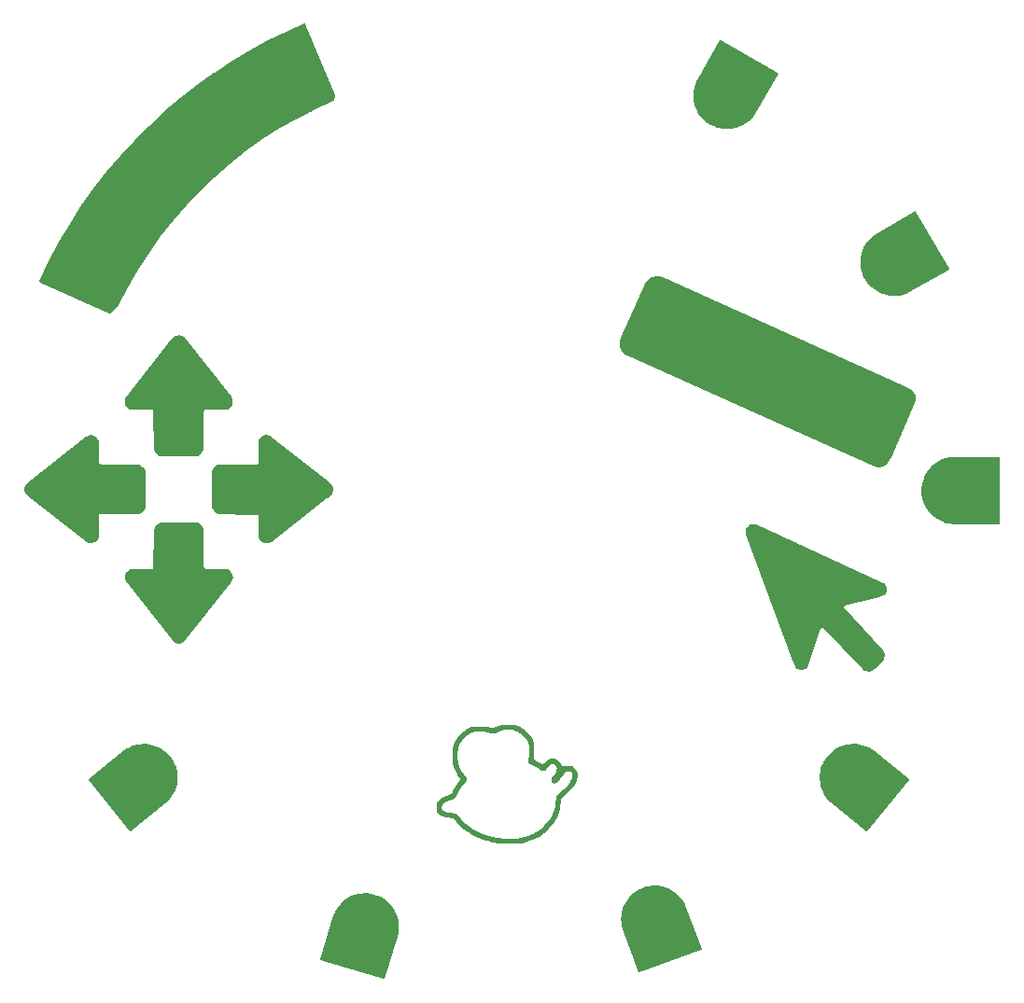
<source format=gbs>
G04 Layer: BottomSolderMaskLayer*
G04 EasyEDA v6.5.50, 2025-08-14 22:33:42*
G04 e75713753cb845a6aa3ca86cf9a0bac9,7f6f5378126b4d5b8a4b95b5ffd06442,10*
G04 Gerber Generator version 0.2*
G04 Scale: 100 percent, Rotated: No, Reflected: No *
G04 Dimensions in millimeters *
G04 leading zeros omitted , absolute positions ,4 integer and 5 decimal *
%FSLAX45Y45*%
%MOMM*%

%ADD10C,0.6016*%
%ADD11C,0.0113*%

%LPD*%
G36*
X33629Y-2128164D02*
G01*
X31750Y-2131161D01*
X15697Y-2131161D01*
X13817Y-2134158D01*
X3708Y-2134158D01*
X1879Y-2137156D01*
X-5232Y-2137156D01*
X-7112Y-2140153D01*
X-14224Y-2140153D01*
X-16052Y-2143150D01*
X-20167Y-2143150D01*
X-22047Y-2146147D01*
X-26162Y-2146147D01*
X-28041Y-2149094D01*
X-35153Y-2149094D01*
X-36982Y-2152091D01*
X-44094Y-2152091D01*
X-45974Y-2155088D01*
X-70662Y-2155088D01*
X-72542Y-2152091D01*
X-82600Y-2152091D01*
X-84480Y-2149094D01*
X-97586Y-2149094D01*
X-99415Y-2146147D01*
X-112522Y-2146147D01*
X-114401Y-2143150D01*
X-229412Y-2143150D01*
X-231292Y-2146147D01*
X-244398Y-2146147D01*
X-246227Y-2149094D01*
X-253339Y-2149094D01*
X-255219Y-2152091D01*
X-262331Y-2152091D01*
X-264160Y-2155088D01*
X-271272Y-2155088D01*
X-273151Y-2158085D01*
X-277266Y-2158085D01*
X-279146Y-2161082D01*
X-283260Y-2161082D01*
X-285089Y-2164080D01*
X-288899Y-2164080D01*
X-294436Y-2170023D01*
X-297891Y-2170023D01*
X-303377Y-2176018D01*
X-306781Y-2176018D01*
X-315417Y-2185009D01*
X-318566Y-2185009D01*
X-362458Y-2228900D01*
X-362458Y-2231948D01*
X-377393Y-2246731D01*
X-377393Y-2249982D01*
X-386384Y-2258568D01*
X-386384Y-2262022D01*
X-392379Y-2267508D01*
X-392379Y-2271318D01*
X-395376Y-2273198D01*
X-395376Y-2277313D01*
X-398322Y-2279142D01*
X-398322Y-2283256D01*
X-401320Y-2285136D01*
X-401320Y-2292248D01*
X-404317Y-2294128D01*
X-404317Y-2298192D01*
X-407314Y-2300071D01*
X-407314Y-2307183D01*
X-410311Y-2309063D01*
X-410311Y-2319121D01*
X-413308Y-2321001D01*
X-413308Y-2340051D01*
X-416255Y-2341930D01*
X-416255Y-2366975D01*
X-419252Y-2368854D01*
X-419252Y-2442057D01*
X-416255Y-2443937D01*
X-416255Y-2471928D01*
X-413308Y-2473807D01*
X-413308Y-2489860D01*
X-410311Y-2491740D01*
X-410311Y-2501849D01*
X-407314Y-2503678D01*
X-407314Y-2510790D01*
X-404317Y-2512669D01*
X-404317Y-2519781D01*
X-401320Y-2521610D01*
X-401320Y-2528722D01*
X-398322Y-2530602D01*
X-398322Y-2534716D01*
X-395376Y-2536596D01*
X-395376Y-2540711D01*
X-392379Y-2542540D01*
X-392379Y-2546654D01*
X-389382Y-2548534D01*
X-389382Y-2552649D01*
X-386384Y-2554528D01*
X-386384Y-2558643D01*
X-383387Y-2560472D01*
X-383387Y-2564282D01*
X-377393Y-2569819D01*
X-377393Y-2573274D01*
X-371449Y-2578760D01*
X-371449Y-2582164D01*
X-362458Y-2590800D01*
X-362458Y-2594152D01*
X-353517Y-2602738D01*
X-353517Y-2606446D01*
X-350520Y-2608326D01*
X-350520Y-2627020D01*
X-353517Y-2628900D01*
X-353517Y-2632608D01*
X-362458Y-2641193D01*
X-362458Y-2644495D01*
X-374446Y-2656281D01*
X-374446Y-2659481D01*
X-383387Y-2668117D01*
X-383387Y-2671470D01*
X-392379Y-2680055D01*
X-392379Y-2683814D01*
X-395376Y-2685694D01*
X-395376Y-2689453D01*
X-401320Y-2694940D01*
X-401320Y-2698750D01*
X-404317Y-2700629D01*
X-404317Y-2704744D01*
X-407314Y-2706624D01*
X-407314Y-2710738D01*
X-410311Y-2712618D01*
X-410311Y-2716682D01*
X-413308Y-2718562D01*
X-413308Y-2722676D01*
X-416255Y-2724556D01*
X-416255Y-2728671D01*
X-419252Y-2730550D01*
X-419252Y-2737307D01*
X-425246Y-2742793D01*
X-425246Y-2746044D01*
X-438099Y-2758897D01*
X-441655Y-2758897D01*
X-443534Y-2761894D01*
X-447649Y-2761894D01*
X-449529Y-2764891D01*
X-456641Y-2764891D01*
X-458470Y-2767888D01*
X-462584Y-2767888D01*
X-464464Y-2770886D01*
X-471576Y-2770886D01*
X-473456Y-2773883D01*
X-480517Y-2773883D01*
X-482396Y-2776829D01*
X-486511Y-2776829D01*
X-488391Y-2779826D01*
X-492506Y-2779826D01*
X-494334Y-2782824D01*
X-498449Y-2782824D01*
X-500329Y-2785821D01*
X-504443Y-2785821D01*
X-506323Y-2788818D01*
X-510438Y-2788818D01*
X-512267Y-2791815D01*
X-516026Y-2791815D01*
X-524662Y-2800756D01*
X-527812Y-2800756D01*
X-550773Y-2823718D01*
X-550773Y-2826969D01*
X-556768Y-2832455D01*
X-556768Y-2836265D01*
X-559765Y-2838145D01*
X-559765Y-2848254D01*
X-562762Y-2850083D01*
X-562762Y-2887116D01*
X-516432Y-2887116D01*
X-516432Y-2862427D01*
X-513435Y-2860548D01*
X-513435Y-2856433D01*
X-510438Y-2854553D01*
X-510438Y-2850997D01*
X-494588Y-2835148D01*
X-491032Y-2835148D01*
X-489153Y-2832150D01*
X-485038Y-2832150D01*
X-483158Y-2829153D01*
X-479043Y-2829153D01*
X-477215Y-2826156D01*
X-473100Y-2826156D01*
X-471220Y-2823210D01*
X-467106Y-2823210D01*
X-465226Y-2820212D01*
X-461111Y-2820212D01*
X-459282Y-2817215D01*
X-452170Y-2817215D01*
X-450291Y-2814218D01*
X-443179Y-2814218D01*
X-441299Y-2811221D01*
X-437235Y-2811221D01*
X-435356Y-2808224D01*
X-428243Y-2808224D01*
X-426364Y-2805226D01*
X-419303Y-2805226D01*
X-417423Y-2802280D01*
X-413308Y-2802280D01*
X-411429Y-2799283D01*
X-407619Y-2799283D01*
X-402132Y-2793288D01*
X-398881Y-2793288D01*
X-387858Y-2782316D01*
X-387858Y-2779064D01*
X-381914Y-2773527D01*
X-381914Y-2766771D01*
X-378917Y-2764891D01*
X-378917Y-2760776D01*
X-375920Y-2758897D01*
X-375920Y-2754782D01*
X-372922Y-2752902D01*
X-372922Y-2745841D01*
X-369925Y-2743962D01*
X-369925Y-2739847D01*
X-366979Y-2737967D01*
X-366979Y-2733852D01*
X-363982Y-2732024D01*
X-363982Y-2727909D01*
X-360984Y-2726029D01*
X-360984Y-2721914D01*
X-357987Y-2720035D01*
X-357987Y-2716276D01*
X-351993Y-2710789D01*
X-351993Y-2706979D01*
X-348996Y-2705100D01*
X-348996Y-2701391D01*
X-340055Y-2692755D01*
X-340055Y-2689453D01*
X-331114Y-2680817D01*
X-331063Y-2677566D01*
X-316128Y-2662783D01*
X-316128Y-2659634D01*
X-298196Y-2641854D01*
X-298196Y-2638552D01*
X-292201Y-2633065D01*
X-292201Y-2626258D01*
X-289255Y-2624378D01*
X-289255Y-2610967D01*
X-292201Y-2609088D01*
X-292201Y-2604973D01*
X-295198Y-2603144D01*
X-295198Y-2599283D01*
X-301193Y-2593797D01*
X-301193Y-2590495D01*
X-316128Y-2575712D01*
X-316128Y-2572562D01*
X-328117Y-2560777D01*
X-328117Y-2557475D01*
X-334060Y-2551938D01*
X-334060Y-2548483D01*
X-340055Y-2542997D01*
X-340055Y-2539238D01*
X-343052Y-2537358D01*
X-343052Y-2533243D01*
X-346049Y-2531364D01*
X-346049Y-2527249D01*
X-348996Y-2525420D01*
X-348996Y-2521305D01*
X-351993Y-2519426D01*
X-351993Y-2515311D01*
X-354990Y-2513431D01*
X-354990Y-2509316D01*
X-357987Y-2507488D01*
X-357987Y-2500376D01*
X-360984Y-2498496D01*
X-360984Y-2491384D01*
X-363982Y-2489504D01*
X-363982Y-2479446D01*
X-366979Y-2477566D01*
X-366979Y-2467457D01*
X-369925Y-2465628D01*
X-369925Y-2446578D01*
X-372922Y-2444699D01*
X-372922Y-2407767D01*
X-376275Y-2405430D01*
X-372922Y-2403094D01*
X-372922Y-2366213D01*
X-369925Y-2364333D01*
X-369925Y-2345283D01*
X-366979Y-2343404D01*
X-366979Y-2333294D01*
X-363982Y-2331466D01*
X-363982Y-2321356D01*
X-360984Y-2319477D01*
X-360984Y-2315362D01*
X-357987Y-2313533D01*
X-357987Y-2306421D01*
X-354990Y-2304542D01*
X-354990Y-2300427D01*
X-351993Y-2298547D01*
X-351993Y-2294432D01*
X-348996Y-2292604D01*
X-348996Y-2288794D01*
X-343052Y-2283307D01*
X-343052Y-2279904D01*
X-334060Y-2271318D01*
X-334060Y-2268067D01*
X-316128Y-2250236D01*
X-316128Y-2247188D01*
X-300278Y-2231339D01*
X-297180Y-2231339D01*
X-285394Y-2219350D01*
X-282092Y-2219350D01*
X-276555Y-2213406D01*
X-273100Y-2213406D01*
X-267614Y-2207412D01*
X-263855Y-2207412D01*
X-261975Y-2204415D01*
X-257860Y-2204415D01*
X-255981Y-2201418D01*
X-251866Y-2201418D01*
X-250037Y-2198420D01*
X-242925Y-2198420D01*
X-241046Y-2195423D01*
X-233934Y-2195423D01*
X-232105Y-2192477D01*
X-224993Y-2192477D01*
X-223113Y-2189480D01*
X-204063Y-2189480D01*
X-202184Y-2186482D01*
X-141630Y-2186482D01*
X-139750Y-2189480D01*
X-120700Y-2189480D01*
X-118821Y-2192477D01*
X-108762Y-2192477D01*
X-106883Y-2195423D01*
X-96774Y-2195423D01*
X-94945Y-2198420D01*
X-84836Y-2198420D01*
X-82956Y-2201418D01*
X-75844Y-2201418D01*
X-74015Y-2204415D01*
X-63906Y-2204415D01*
X-62026Y-2207412D01*
X-39624Y-2207412D01*
X-37795Y-2204415D01*
X-30683Y-2204415D01*
X-28803Y-2201418D01*
X-24688Y-2201418D01*
X-22809Y-2198420D01*
X-18745Y-2198420D01*
X-16865Y-2195423D01*
X-12750Y-2195423D01*
X-10871Y-2192477D01*
X-6756Y-2192477D01*
X-4876Y-2189480D01*
X-762Y-2189480D01*
X1066Y-2186482D01*
X5181Y-2186482D01*
X7061Y-2183485D01*
X14173Y-2183485D01*
X16002Y-2180488D01*
X26111Y-2180488D01*
X27990Y-2177491D01*
X38049Y-2177491D01*
X39928Y-2174544D01*
X58978Y-2174544D01*
X60858Y-2171547D01*
X115468Y-2171547D01*
X117297Y-2174544D01*
X133400Y-2174544D01*
X135229Y-2177491D01*
X142341Y-2177491D01*
X144221Y-2180488D01*
X151333Y-2180488D01*
X153162Y-2183485D01*
X160274Y-2183485D01*
X162153Y-2186482D01*
X166268Y-2186482D01*
X168148Y-2189480D01*
X172262Y-2189480D01*
X174091Y-2192477D01*
X181203Y-2192477D01*
X183083Y-2195423D01*
X186842Y-2195423D01*
X192328Y-2201418D01*
X196138Y-2201418D01*
X198018Y-2204415D01*
X201777Y-2204415D01*
X207314Y-2210409D01*
X210566Y-2210409D01*
X244348Y-2244191D01*
X244348Y-2247442D01*
X250342Y-2252929D01*
X250342Y-2256434D01*
X256286Y-2261920D01*
X256286Y-2265680D01*
X259283Y-2267559D01*
X259283Y-2271674D01*
X262280Y-2273503D01*
X262280Y-2277618D01*
X265277Y-2279497D01*
X265277Y-2283612D01*
X268274Y-2285492D01*
X268274Y-2292604D01*
X271272Y-2294432D01*
X271272Y-2301544D01*
X274218Y-2303424D01*
X274218Y-2313533D01*
X277215Y-2315362D01*
X277215Y-2334412D01*
X280212Y-2336292D01*
X280212Y-2393848D01*
X277215Y-2395728D01*
X277215Y-2414778D01*
X274218Y-2416657D01*
X274218Y-2426766D01*
X271272Y-2428595D01*
X271272Y-2441702D01*
X268274Y-2443581D01*
X268274Y-2459990D01*
X271272Y-2461869D01*
X271272Y-2468422D01*
X285242Y-2482392D01*
X288848Y-2482392D01*
X290677Y-2485390D01*
X294792Y-2485390D01*
X296672Y-2488387D01*
X300786Y-2488387D01*
X302666Y-2491384D01*
X306781Y-2491384D01*
X308610Y-2494381D01*
X312724Y-2494381D01*
X314604Y-2497378D01*
X318719Y-2497378D01*
X320598Y-2500325D01*
X324713Y-2500325D01*
X326542Y-2503322D01*
X330657Y-2503322D01*
X332536Y-2506319D01*
X336296Y-2506319D01*
X341782Y-2512314D01*
X345592Y-2512314D01*
X347472Y-2515311D01*
X351282Y-2515311D01*
X356768Y-2521254D01*
X360222Y-2521254D01*
X365709Y-2527249D01*
X369214Y-2527249D01*
X374700Y-2533243D01*
X378155Y-2533243D01*
X383641Y-2539187D01*
X387451Y-2539187D01*
X389331Y-2542184D01*
X414731Y-2542184D01*
X416559Y-2539187D01*
X420420Y-2539187D01*
X425907Y-2533243D01*
X429361Y-2533243D01*
X431190Y-2531414D01*
X431190Y-2528062D01*
X443128Y-2516327D01*
X443128Y-2513228D01*
X470966Y-2485390D01*
X477469Y-2485390D01*
X479348Y-2482392D01*
X504037Y-2482392D01*
X505917Y-2485390D01*
X509473Y-2485390D01*
X522325Y-2498242D01*
X522325Y-2501849D01*
X525322Y-2503678D01*
X525322Y-2513787D01*
X528320Y-2515666D01*
X528320Y-2528366D01*
X525322Y-2530246D01*
X525322Y-2543352D01*
X522325Y-2545181D01*
X522325Y-2552293D01*
X519379Y-2554173D01*
X519379Y-2558288D01*
X516382Y-2560167D01*
X516382Y-2564231D01*
X513384Y-2566111D01*
X513384Y-2569921D01*
X507390Y-2575407D01*
X507390Y-2578709D01*
X495452Y-2590495D01*
X495452Y-2593695D01*
X483463Y-2605430D01*
X483463Y-2608732D01*
X477520Y-2614269D01*
X477520Y-2639314D01*
X480517Y-2641193D01*
X480517Y-2644800D01*
X491490Y-2655773D01*
X495096Y-2655773D01*
X496925Y-2658770D01*
X513384Y-2658770D01*
X515213Y-2655773D01*
X519023Y-2655773D01*
X524560Y-2649829D01*
X527761Y-2649829D01*
X556717Y-2620873D01*
X556717Y-2617774D01*
X568655Y-2605989D01*
X568655Y-2602687D01*
X574649Y-2597200D01*
X574649Y-2593695D01*
X580644Y-2588209D01*
X580644Y-2584805D01*
X589584Y-2576220D01*
X589584Y-2573020D01*
X608431Y-2554173D01*
X611987Y-2554173D01*
X613867Y-2551176D01*
X617982Y-2551176D01*
X619861Y-2548178D01*
X647547Y-2548178D01*
X649376Y-2551176D01*
X652983Y-2551176D01*
X665835Y-2564028D01*
X665835Y-2567584D01*
X668832Y-2569464D01*
X668832Y-2603144D01*
X665835Y-2604973D01*
X665835Y-2612085D01*
X662838Y-2613964D01*
X662838Y-2618079D01*
X659841Y-2619908D01*
X659841Y-2624023D01*
X656844Y-2625902D01*
X656844Y-2630017D01*
X653846Y-2631897D01*
X653846Y-2635656D01*
X647903Y-2641142D01*
X647903Y-2644546D01*
X638911Y-2653182D01*
X638911Y-2656484D01*
X629970Y-2665120D01*
X629970Y-2668371D01*
X615035Y-2683205D01*
X615035Y-2686253D01*
X587197Y-2714091D01*
X584149Y-2714091D01*
X563321Y-2735021D01*
X560273Y-2735021D01*
X528320Y-2766923D01*
X528320Y-2770530D01*
X525322Y-2772359D01*
X525322Y-2776474D01*
X522325Y-2778353D01*
X522325Y-2785465D01*
X519379Y-2787345D01*
X519379Y-2815336D01*
X516382Y-2817215D01*
X516382Y-2848254D01*
X513384Y-2850083D01*
X513384Y-2866186D01*
X510387Y-2868015D01*
X510387Y-2881122D01*
X507390Y-2883001D01*
X507390Y-2893060D01*
X504393Y-2894939D01*
X504393Y-2902051D01*
X501396Y-2903931D01*
X501396Y-2910992D01*
X498449Y-2912872D01*
X498449Y-2919984D01*
X495452Y-2921863D01*
X495452Y-2925978D01*
X492455Y-2927807D01*
X492455Y-2931922D01*
X489458Y-2933801D01*
X489458Y-2940913D01*
X486460Y-2942742D01*
X486460Y-2946552D01*
X480517Y-2952038D01*
X480517Y-2955848D01*
X477520Y-2957728D01*
X477520Y-2961843D01*
X474522Y-2963672D01*
X474522Y-2967482D01*
X468528Y-2972968D01*
X468528Y-2976422D01*
X462534Y-2981909D01*
X462534Y-2985312D01*
X453593Y-2993948D01*
X453593Y-2997250D01*
X441655Y-3008985D01*
X441655Y-3012135D01*
X411734Y-3041904D01*
X411734Y-3044952D01*
X392887Y-3063798D01*
X389788Y-3063798D01*
X375005Y-3078784D01*
X371703Y-3078784D01*
X366217Y-3084728D01*
X362712Y-3084728D01*
X357225Y-3090722D01*
X353771Y-3090722D01*
X348284Y-3096717D01*
X344779Y-3096717D01*
X339293Y-3102660D01*
X335534Y-3102660D01*
X333654Y-3105658D01*
X329539Y-3105658D01*
X327660Y-3108655D01*
X323596Y-3108655D01*
X321716Y-3111652D01*
X317601Y-3111652D01*
X315722Y-3114649D01*
X311607Y-3114649D01*
X309727Y-3117646D01*
X305612Y-3117646D01*
X303784Y-3120593D01*
X296672Y-3120593D01*
X294792Y-3123590D01*
X290677Y-3123590D01*
X288848Y-3126587D01*
X281736Y-3126587D01*
X279857Y-3129584D01*
X275742Y-3129584D01*
X273862Y-3132582D01*
X266801Y-3132582D01*
X264922Y-3135579D01*
X257810Y-3135579D01*
X255930Y-3138576D01*
X248818Y-3138576D01*
X246989Y-3141522D01*
X239877Y-3141522D01*
X237998Y-3144520D01*
X230886Y-3144520D01*
X229057Y-3147517D01*
X221945Y-3147517D01*
X220065Y-3150514D01*
X212953Y-3150514D01*
X211124Y-3153511D01*
X198018Y-3153511D01*
X196138Y-3156508D01*
X180086Y-3156508D01*
X178206Y-3159455D01*
X153162Y-3159455D01*
X151333Y-3162452D01*
X63855Y-3162452D01*
X61976Y-3159455D01*
X27990Y-3159455D01*
X26111Y-3156508D01*
X-1930Y-3156508D01*
X-3759Y-3153511D01*
X-19862Y-3153511D01*
X-21691Y-3150514D01*
X-34798Y-3150514D01*
X-36677Y-3147517D01*
X-46736Y-3147517D01*
X-48615Y-3144520D01*
X-58724Y-3144520D01*
X-60553Y-3141522D01*
X-67665Y-3141522D01*
X-69545Y-3138576D01*
X-79654Y-3138576D01*
X-81483Y-3135579D01*
X-91592Y-3135579D01*
X-93472Y-3132582D01*
X-103530Y-3132582D01*
X-105410Y-3129584D01*
X-112522Y-3129584D01*
X-114401Y-3126587D01*
X-121462Y-3126587D01*
X-123342Y-3123590D01*
X-130454Y-3123590D01*
X-132334Y-3120593D01*
X-136448Y-3120593D01*
X-138277Y-3117646D01*
X-145389Y-3117646D01*
X-147269Y-3114649D01*
X-151384Y-3114649D01*
X-153212Y-3111652D01*
X-160324Y-3111652D01*
X-162204Y-3108655D01*
X-166319Y-3108655D01*
X-168198Y-3105658D01*
X-172313Y-3105658D01*
X-174142Y-3102660D01*
X-178257Y-3102660D01*
X-180136Y-3099663D01*
X-184251Y-3099663D01*
X-186131Y-3096717D01*
X-190246Y-3096717D01*
X-192074Y-3093720D01*
X-196189Y-3093720D01*
X-198069Y-3090722D01*
X-202184Y-3090722D01*
X-204063Y-3087725D01*
X-207822Y-3087725D01*
X-213309Y-3081731D01*
X-216814Y-3081731D01*
X-222300Y-3075787D01*
X-226110Y-3075787D01*
X-227990Y-3072790D01*
X-231749Y-3072790D01*
X-237236Y-3066796D01*
X-240690Y-3066796D01*
X-246227Y-3060852D01*
X-249682Y-3060852D01*
X-255168Y-3054858D01*
X-258622Y-3054858D01*
X-264160Y-3048863D01*
X-267512Y-3048863D01*
X-276148Y-3039922D01*
X-279450Y-3039922D01*
X-291185Y-3027934D01*
X-294284Y-3027934D01*
X-337058Y-2985160D01*
X-337058Y-2982112D01*
X-348996Y-2970326D01*
X-349046Y-2967024D01*
X-357987Y-2958439D01*
X-357987Y-2955239D01*
X-371957Y-2941269D01*
X-375564Y-2941269D01*
X-377444Y-2938272D01*
X-381558Y-2938272D01*
X-383387Y-2935274D01*
X-387502Y-2935274D01*
X-389382Y-2932277D01*
X-396494Y-2932277D01*
X-398373Y-2929280D01*
X-411429Y-2929280D01*
X-413308Y-2926334D01*
X-438353Y-2926334D01*
X-440182Y-2923336D01*
X-459282Y-2923336D01*
X-461111Y-2920339D01*
X-474218Y-2920339D01*
X-476097Y-2917342D01*
X-483158Y-2917342D01*
X-485038Y-2914345D01*
X-489153Y-2914345D01*
X-491032Y-2911348D01*
X-495147Y-2911348D01*
X-496976Y-2908401D01*
X-500583Y-2908401D01*
X-510438Y-2898546D01*
X-510438Y-2894939D01*
X-513435Y-2893060D01*
X-513435Y-2888945D01*
X-516432Y-2887116D01*
X-562762Y-2887116D01*
X-562762Y-2899410D01*
X-559765Y-2901289D01*
X-559765Y-2911348D01*
X-556768Y-2913227D01*
X-556768Y-2917037D01*
X-550773Y-2922524D01*
X-550773Y-2925775D01*
X-530809Y-2945739D01*
X-527558Y-2945739D01*
X-522071Y-2951734D01*
X-518617Y-2951734D01*
X-513130Y-2957677D01*
X-506323Y-2957677D01*
X-504443Y-2960674D01*
X-497332Y-2960674D01*
X-495503Y-2963672D01*
X-485393Y-2963672D01*
X-483514Y-2966669D01*
X-464464Y-2966669D01*
X-462584Y-2969666D01*
X-440537Y-2969666D01*
X-438708Y-2972663D01*
X-422605Y-2972663D01*
X-420725Y-2975660D01*
X-413664Y-2975660D01*
X-411784Y-2978607D01*
X-407670Y-2978607D01*
X-405790Y-2981604D01*
X-402234Y-2981604D01*
X-380390Y-3003448D01*
X-380390Y-3006445D01*
X-312572Y-3074263D01*
X-309422Y-3074263D01*
X-300837Y-3083255D01*
X-297484Y-3083255D01*
X-288848Y-3092196D01*
X-285445Y-3092196D01*
X-279958Y-3098190D01*
X-276504Y-3098190D01*
X-270967Y-3104184D01*
X-267512Y-3104184D01*
X-262026Y-3110179D01*
X-258571Y-3110179D01*
X-253034Y-3116122D01*
X-249224Y-3116122D01*
X-247396Y-3119120D01*
X-243586Y-3119120D01*
X-238099Y-3125114D01*
X-234289Y-3125114D01*
X-232410Y-3128111D01*
X-228650Y-3128111D01*
X-223164Y-3134055D01*
X-219354Y-3134055D01*
X-217474Y-3137052D01*
X-213360Y-3137052D01*
X-211480Y-3140049D01*
X-207365Y-3140049D01*
X-205536Y-3143046D01*
X-201422Y-3143046D01*
X-199542Y-3146044D01*
X-195427Y-3146044D01*
X-193548Y-3148990D01*
X-189433Y-3148990D01*
X-187604Y-3151987D01*
X-180492Y-3151987D01*
X-178612Y-3154984D01*
X-174498Y-3154984D01*
X-172618Y-3157982D01*
X-168554Y-3157982D01*
X-166674Y-3160979D01*
X-159562Y-3160979D01*
X-157683Y-3163976D01*
X-153568Y-3163976D01*
X-151739Y-3166922D01*
X-144627Y-3166922D01*
X-142748Y-3169920D01*
X-135636Y-3169920D01*
X-133756Y-3172917D01*
X-126695Y-3172917D01*
X-124815Y-3175914D01*
X-114706Y-3175914D01*
X-112877Y-3178911D01*
X-102768Y-3178911D01*
X-100888Y-3181908D01*
X-90830Y-3181908D01*
X-88950Y-3184906D01*
X-81838Y-3184906D01*
X-79959Y-3187852D01*
X-69900Y-3187852D01*
X-68021Y-3190849D01*
X-57912Y-3190849D01*
X-56083Y-3193846D01*
X-45974Y-3193846D01*
X-44094Y-3196844D01*
X-28041Y-3196844D01*
X-26162Y-3199841D01*
X-4114Y-3199841D01*
X-2235Y-3202838D01*
X31750Y-3202838D01*
X33629Y-3205784D01*
X181559Y-3205784D01*
X183438Y-3202838D01*
X205486Y-3202838D01*
X207314Y-3199841D01*
X220421Y-3199841D01*
X222300Y-3196844D01*
X232359Y-3196844D01*
X234238Y-3193846D01*
X241350Y-3193846D01*
X243230Y-3190849D01*
X250291Y-3190849D01*
X252171Y-3187852D01*
X259283Y-3187852D01*
X261162Y-3184906D01*
X268224Y-3184906D01*
X270103Y-3181908D01*
X277215Y-3181908D01*
X279095Y-3178911D01*
X286156Y-3178911D01*
X288036Y-3175914D01*
X295148Y-3175914D01*
X297027Y-3172917D01*
X301142Y-3172917D01*
X302971Y-3169920D01*
X310083Y-3169920D01*
X311962Y-3166922D01*
X316077Y-3166922D01*
X317957Y-3163976D01*
X325018Y-3163976D01*
X326898Y-3160979D01*
X331012Y-3160979D01*
X332892Y-3157982D01*
X337007Y-3157982D01*
X338886Y-3154984D01*
X343001Y-3154984D01*
X344830Y-3151987D01*
X348945Y-3151987D01*
X350824Y-3148990D01*
X354634Y-3148990D01*
X360121Y-3143046D01*
X363880Y-3143046D01*
X365760Y-3140049D01*
X369570Y-3140049D01*
X375056Y-3134055D01*
X378561Y-3134055D01*
X384048Y-3128111D01*
X387502Y-3128111D01*
X392988Y-3122117D01*
X396341Y-3122117D01*
X408076Y-3110179D01*
X411175Y-3110179D01*
X455066Y-3066237D01*
X455066Y-3063240D01*
X484987Y-3033420D01*
X484987Y-3030270D01*
X496925Y-3018485D01*
X496925Y-3015284D01*
X505917Y-3006648D01*
X505917Y-3003245D01*
X511860Y-2997758D01*
X511860Y-2994253D01*
X517855Y-2988767D01*
X517855Y-2984957D01*
X520852Y-2983077D01*
X520852Y-2978962D01*
X523849Y-2977134D01*
X523849Y-2973374D01*
X529793Y-2967837D01*
X529793Y-2964027D01*
X532790Y-2962198D01*
X532790Y-2955086D01*
X535787Y-2953207D01*
X535787Y-2949092D01*
X538784Y-2947212D01*
X538784Y-2943098D01*
X541782Y-2941269D01*
X541782Y-2934157D01*
X544779Y-2932277D01*
X544779Y-2925165D01*
X547776Y-2923336D01*
X547776Y-2916224D01*
X550722Y-2914345D01*
X550722Y-2904236D01*
X553720Y-2902407D01*
X553720Y-2892298D01*
X556717Y-2890418D01*
X556717Y-2874365D01*
X559714Y-2872486D01*
X559714Y-2847441D01*
X562711Y-2845612D01*
X562711Y-2811576D01*
X565708Y-2809748D01*
X565708Y-2802636D01*
X568655Y-2800756D01*
X568655Y-2794203D01*
X602488Y-2760421D01*
X605485Y-2760421D01*
X661365Y-2704541D01*
X661365Y-2701442D01*
X673303Y-2689707D01*
X673303Y-2686456D01*
X682244Y-2677820D01*
X682244Y-2674518D01*
X691235Y-2665882D01*
X691235Y-2662478D01*
X697230Y-2656992D01*
X697230Y-2653182D01*
X700227Y-2651302D01*
X700227Y-2647188D01*
X703173Y-2645308D01*
X703173Y-2641193D01*
X706170Y-2639314D01*
X706170Y-2635199D01*
X709168Y-2633370D01*
X709168Y-2626258D01*
X712165Y-2624378D01*
X712165Y-2614320D01*
X715162Y-2612440D01*
X715162Y-2557170D01*
X712165Y-2555290D01*
X712165Y-2548178D01*
X709168Y-2546299D01*
X709168Y-2539542D01*
X703173Y-2534005D01*
X703173Y-2530805D01*
X686206Y-2513787D01*
X682955Y-2513787D01*
X677468Y-2507843D01*
X673658Y-2507843D01*
X671779Y-2504846D01*
X661720Y-2504846D01*
X659841Y-2501849D01*
X604570Y-2501849D01*
X602691Y-2504846D01*
X578459Y-2504846D01*
X574649Y-2501036D01*
X574649Y-2497378D01*
X571652Y-2495499D01*
X571652Y-2488387D01*
X568655Y-2486558D01*
X568655Y-2479446D01*
X565708Y-2477566D01*
X565708Y-2473756D01*
X559714Y-2468270D01*
X559714Y-2465019D01*
X542747Y-2448052D01*
X539496Y-2448052D01*
X534009Y-2442057D01*
X530199Y-2442057D01*
X528320Y-2439060D01*
X518210Y-2439060D01*
X516331Y-2436063D01*
X467055Y-2436063D01*
X465175Y-2439060D01*
X455117Y-2439060D01*
X453237Y-2442057D01*
X449427Y-2442057D01*
X443941Y-2448052D01*
X440639Y-2448052D01*
X410870Y-2477922D01*
X407263Y-2477922D01*
X405384Y-2480919D01*
X386689Y-2480919D01*
X384810Y-2477922D01*
X378053Y-2477922D01*
X372567Y-2471928D01*
X368757Y-2471928D01*
X366877Y-2468981D01*
X362762Y-2468981D01*
X360934Y-2465984D01*
X357124Y-2465984D01*
X351637Y-2459990D01*
X347827Y-2459990D01*
X345948Y-2456992D01*
X342188Y-2456992D01*
X336702Y-2451049D01*
X333349Y-2451049D01*
X329539Y-2447239D01*
X329539Y-2443886D01*
X323545Y-2438349D01*
X323545Y-2309063D01*
X320548Y-2307183D01*
X320548Y-2294128D01*
X317601Y-2292248D01*
X317601Y-2282139D01*
X314604Y-2280259D01*
X314604Y-2273198D01*
X311607Y-2271318D01*
X311607Y-2264206D01*
X308610Y-2262327D01*
X308610Y-2258212D01*
X305612Y-2256383D01*
X305612Y-2252268D01*
X302615Y-2250389D01*
X302615Y-2246274D01*
X299669Y-2244394D01*
X299669Y-2240584D01*
X293674Y-2235098D01*
X293674Y-2231644D01*
X287680Y-2226157D01*
X287680Y-2222855D01*
X272745Y-2208072D01*
X272745Y-2204974D01*
X243789Y-2176018D01*
X240639Y-2176018D01*
X232003Y-2167077D01*
X228600Y-2167026D01*
X223113Y-2161082D01*
X219303Y-2161082D01*
X217424Y-2158085D01*
X213309Y-2158085D01*
X211429Y-2155088D01*
X207670Y-2155088D01*
X202184Y-2149094D01*
X195376Y-2149094D01*
X193497Y-2146147D01*
X189382Y-2146147D01*
X187553Y-2143150D01*
X183438Y-2143150D01*
X181559Y-2140153D01*
X174447Y-2140153D01*
X172567Y-2137156D01*
X165506Y-2137156D01*
X163626Y-2134158D01*
X156514Y-2134158D01*
X154635Y-2131161D01*
X141579Y-2131161D01*
X139700Y-2128164D01*
G37*
G36*
X-3524374Y1600974D02*
G01*
X-3525083Y1601005D01*
X-3525786Y1601086D01*
X-3526485Y1601213D01*
X-3527170Y1601391D01*
X-3527844Y1601614D01*
X-3528499Y1601886D01*
X-4158561Y1888388D01*
X-4159244Y1888731D01*
X-4159902Y1889125D01*
X-4160527Y1889564D01*
X-4161116Y1890052D01*
X-4161668Y1890582D01*
X-4162178Y1891154D01*
X-4162643Y1891761D01*
X-4163062Y1892401D01*
X-4163430Y1893072D01*
X-4165142Y1896475D01*
X-4165455Y1897153D01*
X-4165714Y1897852D01*
X-4165922Y1898568D01*
X-4166077Y1899300D01*
X-4166179Y1900039D01*
X-4166224Y1900783D01*
X-4166214Y1901530D01*
X-4166151Y1902272D01*
X-4166034Y1903008D01*
X-4165864Y1903735D01*
X-4165638Y1904446D01*
X-4165363Y1905139D01*
X-4159001Y1919564D01*
X-4158881Y1919823D01*
X-4091861Y2060991D01*
X-4091670Y2061372D01*
X-3989710Y2254669D01*
X-3989448Y2255133D01*
X-3889870Y2422108D01*
X-3889656Y2422451D01*
X-3784434Y2583916D01*
X-3784203Y2584256D01*
X-3673327Y2740215D01*
X-3673078Y2740548D01*
X-3556533Y2891007D01*
X-3556269Y2891335D01*
X-3434079Y3036288D01*
X-3433800Y3036605D01*
X-3305947Y3176059D01*
X-3305655Y3176366D01*
X-3172155Y3310310D01*
X-3171850Y3310602D01*
X-3032696Y3439048D01*
X-3032381Y3439327D01*
X-2887558Y3562266D01*
X-2887233Y3562530D01*
X-2736768Y3679967D01*
X-2736435Y3680216D01*
X-2580302Y3792141D01*
X-2579966Y3792372D01*
X-2418191Y3898803D01*
X-2417841Y3899024D01*
X-2268926Y3988506D01*
X-2268522Y3988734D01*
X-2089815Y4085275D01*
X-2089398Y4085488D01*
X-1906366Y4173738D01*
X-1905995Y4173908D01*
X-1765886Y4234654D01*
X-1765264Y4234901D01*
X-1764626Y4235104D01*
X-1763976Y4235267D01*
X-1763318Y4235386D01*
X-1762653Y4235460D01*
X-1761982Y4235493D01*
X-1761314Y4235480D01*
X-1760646Y4235422D01*
X-1759983Y4235320D01*
X-1759330Y4235178D01*
X-1758688Y4234990D01*
X-1758058Y4234761D01*
X-1757446Y4234489D01*
X-1756851Y4234179D01*
X-1756280Y4233832D01*
X-1755731Y4233448D01*
X-1755211Y4233026D01*
X-1754718Y4232574D01*
X-1754256Y4232089D01*
X-1753829Y4231573D01*
X-1753435Y4231032D01*
X-1753077Y4230466D01*
X-1752757Y4229877D01*
X-1752478Y4229267D01*
X-1483159Y3588245D01*
X-1482895Y3587546D01*
X-1482684Y3586830D01*
X-1482526Y3586101D01*
X-1482420Y3585362D01*
X-1482371Y3584618D01*
X-1482377Y3583871D01*
X-1482435Y3583124D01*
X-1482549Y3582388D01*
X-1482719Y3581659D01*
X-1492394Y3545860D01*
X-1492613Y3545154D01*
X-1492882Y3544465D01*
X-1493199Y3543800D01*
X-1493565Y3543157D01*
X-1493979Y3542545D01*
X-1494434Y3541963D01*
X-1494929Y3541415D01*
X-1495465Y3540904D01*
X-1496037Y3540437D01*
X-1496639Y3540008D01*
X-1497274Y3539627D01*
X-1497931Y3539291D01*
X-1663882Y3462436D01*
X-1825912Y3378840D01*
X-1984054Y3288504D01*
X-2141656Y3186054D01*
X-2292723Y3077903D01*
X-2437389Y2963961D01*
X-2575544Y2844294D01*
X-2707256Y2718866D01*
X-2832447Y2587734D01*
X-2951236Y2450795D01*
X-3063509Y2308158D01*
X-3169338Y2159736D01*
X-3268687Y2005591D01*
X-3361603Y1845627D01*
X-3448138Y1679770D01*
X-3448395Y1679308D01*
X-3448674Y1678858D01*
X-3448979Y1678424D01*
X-3449304Y1678007D01*
X-3449652Y1677609D01*
X-3516800Y1604274D01*
X-3517295Y1603768D01*
X-3517826Y1603298D01*
X-3518390Y1602867D01*
X-3518979Y1602473D01*
X-3519596Y1602125D01*
X-3520236Y1601820D01*
X-3520897Y1601558D01*
X-3521572Y1601345D01*
X-3522261Y1601180D01*
X-3522959Y1601063D01*
X-3523665Y1600995D01*
G37*
G36*
X3446711Y211081D02*
G01*
X3446211Y211099D01*
X3445710Y211140D01*
X3415299Y214414D01*
X3414664Y214503D01*
X3414036Y214629D01*
X3413419Y214797D01*
X3412815Y215003D01*
X3412223Y215247D01*
X1163007Y1225925D01*
X1161524Y1226748D01*
X1134041Y1245123D01*
X1133624Y1245415D01*
X1133223Y1245730D01*
X1132837Y1246065D01*
X1132469Y1246418D01*
X1132118Y1246789D01*
X1112659Y1268514D01*
X1112362Y1268862D01*
X1112083Y1269222D01*
X1111818Y1269593D01*
X1111570Y1269977D01*
X1111338Y1270373D01*
X1104628Y1282496D01*
X1104407Y1282920D01*
X1104206Y1283355D01*
X1104023Y1283797D01*
X1103863Y1284249D01*
X1103726Y1284706D01*
X1096322Y1311462D01*
X1096180Y1312039D01*
X1096073Y1312621D01*
X1095999Y1313207D01*
X1095961Y1313799D01*
X1095956Y1314391D01*
X1096601Y1344505D01*
X1096627Y1345054D01*
X1096685Y1345600D01*
X1096769Y1346144D01*
X1096886Y1346682D01*
X1097028Y1347213D01*
X1108997Y1387025D01*
X1109471Y1388290D01*
X1337315Y1891619D01*
X1337571Y1892147D01*
X1337861Y1892658D01*
X1338178Y1893153D01*
X1338524Y1893630D01*
X1338894Y1894085D01*
X1360848Y1919399D01*
X1361257Y1919843D01*
X1361691Y1920262D01*
X1362151Y1920654D01*
X1362631Y1921019D01*
X1363134Y1921355D01*
X1389562Y1937893D01*
X1390111Y1938213D01*
X1390680Y1938497D01*
X1391264Y1938746D01*
X1391864Y1938959D01*
X1392476Y1939132D01*
X1423395Y1946902D01*
X1423857Y1947009D01*
X1424322Y1947090D01*
X1424792Y1947151D01*
X1425265Y1947191D01*
X1425737Y1947209D01*
X1448831Y1947514D01*
X1449560Y1947496D01*
X1450286Y1947428D01*
X1451008Y1947306D01*
X1451716Y1947136D01*
X1452412Y1946912D01*
X1490301Y1933252D01*
X1491028Y1932957D01*
X3660681Y955441D01*
X3660711Y955428D01*
X3717414Y929662D01*
X3718844Y928867D01*
X3745323Y911225D01*
X3745765Y910912D01*
X3746190Y910579D01*
X3746593Y910221D01*
X3746982Y909845D01*
X3747348Y909446D01*
X3765989Y888072D01*
X3766388Y887585D01*
X3766756Y887072D01*
X3767094Y886538D01*
X3767396Y885982D01*
X3767663Y885410D01*
X3778465Y860308D01*
X3778691Y859734D01*
X3778884Y859147D01*
X3779039Y858550D01*
X3779159Y857943D01*
X3779240Y857331D01*
X3782204Y828502D01*
X3782245Y827994D01*
X3782258Y827483D01*
X3782245Y826973D01*
X3782209Y826465D01*
X3782146Y825959D01*
X3777272Y793402D01*
X3777175Y792858D01*
X3777048Y792319D01*
X3776893Y791789D01*
X3776710Y791268D01*
X3776499Y790760D01*
X3558552Y303217D01*
X3558473Y303047D01*
X3545192Y274746D01*
X3544341Y273268D01*
X3526914Y248170D01*
X3526617Y247764D01*
X3526299Y247373D01*
X3525964Y246999D01*
X3525611Y246641D01*
X3525240Y246301D01*
X3504567Y228300D01*
X3504112Y227929D01*
X3503640Y227584D01*
X3503147Y227266D01*
X3502637Y226976D01*
X3502108Y226717D01*
X3478184Y215811D01*
X3477646Y215585D01*
X3477094Y215389D01*
X3476531Y215224D01*
X3475959Y215092D01*
X3475382Y214995D01*
X3448210Y211180D01*
X3447712Y211122D01*
X3447211Y211089D01*
G37*
G36*
X3362500Y-1642046D02*
G01*
X3361921Y-1642016D01*
X3332751Y-1639615D01*
X3332038Y-1639529D01*
X3331331Y-1639397D01*
X3330638Y-1639211D01*
X3329960Y-1638980D01*
X3329297Y-1638698D01*
X3300089Y-1625104D01*
X3299396Y-1624749D01*
X3298731Y-1624342D01*
X3298101Y-1623882D01*
X3297506Y-1623380D01*
X3296953Y-1622831D01*
X2938830Y-1239481D01*
X2920418Y-1254079D01*
X2801320Y-1599537D01*
X2801040Y-1600250D01*
X2800710Y-1600944D01*
X2800329Y-1601609D01*
X2799897Y-1602244D01*
X2799420Y-1602844D01*
X2798899Y-1603408D01*
X2781932Y-1620380D01*
X2781310Y-1620951D01*
X2780642Y-1621472D01*
X2779933Y-1621932D01*
X2779189Y-1622333D01*
X2778414Y-1622671D01*
X2777614Y-1622943D01*
X2756009Y-1629300D01*
X2755498Y-1629437D01*
X2754983Y-1629547D01*
X2754459Y-1629628D01*
X2753934Y-1629684D01*
X2753408Y-1629712D01*
X2740870Y-1630039D01*
X2740167Y-1630032D01*
X2739468Y-1629978D01*
X2738772Y-1629877D01*
X2738086Y-1629724D01*
X2737413Y-1629529D01*
X2715399Y-1622249D01*
X2714665Y-1621975D01*
X2713954Y-1621642D01*
X2713271Y-1621259D01*
X2712618Y-1620822D01*
X2712001Y-1620337D01*
X2711424Y-1619806D01*
X2693464Y-1601939D01*
X2692915Y-1601348D01*
X2692415Y-1600715D01*
X2691968Y-1600047D01*
X2691574Y-1599344D01*
X2691236Y-1598609D01*
X2667995Y-1542272D01*
X2667878Y-1541975D01*
X2239017Y-401505D01*
X2238756Y-400712D01*
X2238560Y-399902D01*
X2238433Y-399079D01*
X2238372Y-398249D01*
X2238380Y-397416D01*
X2239510Y-375091D01*
X2239538Y-374693D01*
X2239581Y-374296D01*
X2239639Y-373903D01*
X2239716Y-373512D01*
X2239805Y-373123D01*
X2244554Y-354258D01*
X2244691Y-353768D01*
X2244854Y-353283D01*
X2245039Y-352805D01*
X2245248Y-352341D01*
X2245481Y-351886D01*
X2253866Y-336471D01*
X2254163Y-335960D01*
X2254488Y-335470D01*
X2254841Y-335000D01*
X2255220Y-334551D01*
X2255626Y-334121D01*
X2267643Y-322165D01*
X2268065Y-321769D01*
X2268509Y-321398D01*
X2268971Y-321053D01*
X2269454Y-320733D01*
X2269954Y-320443D01*
X2285606Y-311934D01*
X2286045Y-311708D01*
X2286492Y-311508D01*
X2286949Y-311325D01*
X2287414Y-311167D01*
X2287887Y-311030D01*
X2307173Y-305983D01*
X2307541Y-305894D01*
X2307915Y-305821D01*
X2308288Y-305757D01*
X2308664Y-305711D01*
X2309040Y-305678D01*
X2331958Y-304083D01*
X2332812Y-304058D01*
X2333663Y-304106D01*
X2334506Y-304225D01*
X2335336Y-304416D01*
X2336147Y-304672D01*
X2336934Y-305000D01*
X3472629Y-831133D01*
X3472911Y-831268D01*
X3497742Y-843709D01*
X3498314Y-844019D01*
X3498867Y-844367D01*
X3499396Y-844748D01*
X3499899Y-845162D01*
X3500374Y-845609D01*
X3511981Y-857216D01*
X3512507Y-857780D01*
X3512985Y-858385D01*
X3513419Y-859022D01*
X3513800Y-859690D01*
X3514133Y-860386D01*
X3514410Y-861105D01*
X3522720Y-885352D01*
X3522954Y-886139D01*
X3523124Y-886945D01*
X3523231Y-887760D01*
X3523269Y-888580D01*
X3523241Y-889403D01*
X3521417Y-913818D01*
X3521331Y-914582D01*
X3521186Y-915337D01*
X3520986Y-916078D01*
X3520732Y-916805D01*
X3520422Y-917508D01*
X3515113Y-928415D01*
X3514791Y-929020D01*
X3514430Y-929604D01*
X3514029Y-930163D01*
X3513594Y-930691D01*
X3513122Y-931191D01*
X3493724Y-950379D01*
X3493122Y-950927D01*
X3492477Y-951428D01*
X3491793Y-951875D01*
X3491077Y-952263D01*
X3490333Y-952596D01*
X3489563Y-952865D01*
X3453114Y-964069D01*
X3452530Y-964232D01*
X3135246Y-1041359D01*
X3130209Y-1062067D01*
X3487460Y-1449181D01*
X3488004Y-1449824D01*
X3488494Y-1450510D01*
X3488926Y-1451234D01*
X3489297Y-1451990D01*
X3489604Y-1452775D01*
X3499662Y-1482095D01*
X3499815Y-1482582D01*
X3499944Y-1483075D01*
X3500048Y-1483575D01*
X3500127Y-1484081D01*
X3500178Y-1484589D01*
X3501321Y-1499006D01*
X3501351Y-1499555D01*
X3501349Y-1500103D01*
X3501318Y-1500652D01*
X3501257Y-1501198D01*
X3501169Y-1501739D01*
X3495685Y-1530085D01*
X3495532Y-1530751D01*
X3495337Y-1531404D01*
X3495098Y-1532041D01*
X3494816Y-1532663D01*
X3494493Y-1533263D01*
X3478817Y-1560212D01*
X3478502Y-1560718D01*
X3478159Y-1561203D01*
X3477788Y-1561668D01*
X3477392Y-1562110D01*
X3476970Y-1562529D01*
X3413409Y-1621924D01*
X3412962Y-1622315D01*
X3412495Y-1622684D01*
X3412004Y-1623021D01*
X3411496Y-1623331D01*
X3410971Y-1623611D01*
X3381837Y-1637997D01*
X3381364Y-1638213D01*
X3380884Y-1638409D01*
X3380392Y-1638576D01*
X3379894Y-1638721D01*
X3379386Y-1638838D01*
X3364801Y-1641840D01*
X3364232Y-1641939D01*
X3363655Y-1642008D01*
X3363079Y-1642043D01*
G37*
G36*
X-2090326Y-478828D02*
G01*
X-2091123Y-478815D01*
X-2125687Y-476986D01*
X-2126383Y-476925D01*
X-2127072Y-476818D01*
X-2127752Y-476664D01*
X-2128420Y-476460D01*
X-2129073Y-476214D01*
X-2142840Y-470453D01*
X-2143343Y-470227D01*
X-2143831Y-469973D01*
X-2144306Y-469694D01*
X-2144765Y-469389D01*
X-2145207Y-469061D01*
X-2156617Y-460070D01*
X-2157031Y-459724D01*
X-2157427Y-459356D01*
X-2157803Y-458970D01*
X-2158159Y-458563D01*
X-2158492Y-458137D01*
X-2167547Y-445914D01*
X-2167813Y-445536D01*
X-2168065Y-445145D01*
X-2168296Y-444743D01*
X-2168509Y-444332D01*
X-2168702Y-443913D01*
X-2175410Y-428459D01*
X-2175616Y-427949D01*
X-2175794Y-427431D01*
X-2175941Y-426902D01*
X-2176061Y-426366D01*
X-2176152Y-425825D01*
X-2179314Y-403316D01*
X-2179413Y-401904D01*
X-2179413Y-222016D01*
X-2207044Y-214096D01*
X-2532867Y-214096D01*
X-2533655Y-214066D01*
X-2534439Y-213974D01*
X-2535212Y-213822D01*
X-2535971Y-213611D01*
X-2536713Y-213339D01*
X-2562186Y-202923D01*
X-2562641Y-202725D01*
X-2563083Y-202504D01*
X-2563517Y-202262D01*
X-2563936Y-202001D01*
X-2564343Y-201716D01*
X-2574724Y-194114D01*
X-2575006Y-193901D01*
X-2575280Y-193677D01*
X-2575544Y-193446D01*
X-2575803Y-193205D01*
X-2576052Y-192953D01*
X-2584881Y-183756D01*
X-2585229Y-183375D01*
X-2585557Y-182976D01*
X-2585864Y-182562D01*
X-2586149Y-182130D01*
X-2586413Y-181688D01*
X-2599400Y-158516D01*
X-2599756Y-157817D01*
X-2600058Y-157096D01*
X-2600302Y-156354D01*
X-2600490Y-155595D01*
X-2600617Y-154823D01*
X-2603754Y-130047D01*
X-2603835Y-128772D01*
X-2603835Y152549D01*
X-2603754Y153840D01*
X-2600518Y179128D01*
X-2600418Y179743D01*
X-2600284Y180350D01*
X-2600111Y180949D01*
X-2599903Y181536D01*
X-2599656Y182110D01*
X-2593677Y195013D01*
X-2593431Y195508D01*
X-2593159Y195991D01*
X-2592859Y196458D01*
X-2592534Y196908D01*
X-2592186Y197340D01*
X-2575034Y217426D01*
X-2574500Y218003D01*
X-2573926Y218536D01*
X-2573312Y219024D01*
X-2572659Y219463D01*
X-2571978Y219849D01*
X-2547907Y232308D01*
X-2547447Y232531D01*
X-2546977Y232732D01*
X-2546497Y232907D01*
X-2546009Y233060D01*
X-2545516Y233187D01*
X-2530894Y236555D01*
X-2530449Y236646D01*
X-2530002Y236717D01*
X-2529552Y236771D01*
X-2529100Y236801D01*
X-2528648Y236814D01*
X-2206708Y237954D01*
X-2179398Y246141D01*
X-2177666Y446679D01*
X-2177623Y447527D01*
X-2177508Y448370D01*
X-2177326Y449201D01*
X-2177072Y450014D01*
X-2176752Y450801D01*
X-2168939Y467954D01*
X-2168626Y468581D01*
X-2168270Y469188D01*
X-2167874Y469767D01*
X-2167440Y470316D01*
X-2166967Y470837D01*
X-2154031Y484101D01*
X-2153749Y484378D01*
X-2153460Y484642D01*
X-2153160Y484896D01*
X-2152850Y485137D01*
X-2152530Y485366D01*
X-2139035Y494685D01*
X-2138629Y494954D01*
X-2138207Y495200D01*
X-2137778Y495427D01*
X-2137336Y495632D01*
X-2136886Y495818D01*
X-2122835Y501182D01*
X-2122319Y501362D01*
X-2121799Y501515D01*
X-2121268Y501639D01*
X-2120732Y501736D01*
X-2120191Y501802D01*
X-2105593Y503217D01*
X-2105063Y503255D01*
X-2104529Y503265D01*
X-2103998Y503247D01*
X-2103467Y503201D01*
X-2102942Y503128D01*
X-2087773Y500598D01*
X-2087321Y500512D01*
X-2086874Y500405D01*
X-2086429Y500278D01*
X-2085995Y500131D01*
X-2085563Y499965D01*
X-2069851Y493473D01*
X-2069401Y493275D01*
X-2068962Y493054D01*
X-2068535Y492813D01*
X-2068118Y492551D01*
X-2067714Y492269D01*
X-2030768Y465119D01*
X-2030491Y464908D01*
X-1531967Y71427D01*
X-1531081Y70639D01*
X-1516717Y56288D01*
X-1516128Y55648D01*
X-1515597Y54960D01*
X-1515127Y54231D01*
X-1514721Y53461D01*
X-1514383Y52661D01*
X-1503756Y24272D01*
X-1503494Y23474D01*
X-1503298Y22656D01*
X-1503171Y21826D01*
X-1503113Y20988D01*
X-1503126Y20147D01*
X-1504614Y-6604D01*
X-1504675Y-7287D01*
X-1504782Y-7962D01*
X-1504934Y-8630D01*
X-1505132Y-9286D01*
X-1505371Y-9928D01*
X-1510654Y-22684D01*
X-1510819Y-23055D01*
X-1510997Y-23423D01*
X-1511190Y-23782D01*
X-1511396Y-24132D01*
X-1511617Y-24472D01*
X-1519938Y-36819D01*
X-1520261Y-37271D01*
X-1520606Y-37706D01*
X-1520977Y-38117D01*
X-1521368Y-38511D01*
X-1521780Y-38882D01*
X-1555676Y-67716D01*
X-1555976Y-67960D01*
X-2063206Y-467253D01*
X-2063610Y-467555D01*
X-2064026Y-467834D01*
X-2064458Y-468096D01*
X-2064900Y-468335D01*
X-2065355Y-468551D01*
X-2086452Y-477951D01*
X-2087194Y-478246D01*
X-2087958Y-478485D01*
X-2088735Y-478660D01*
X-2089528Y-478774D01*
G37*
G36*
X-3043930Y308020D02*
G01*
X-3045424Y308129D01*
X-3069521Y311701D01*
X-3070270Y311840D01*
X-3071009Y312036D01*
X-3071728Y312287D01*
X-3072427Y312592D01*
X-3073102Y312945D01*
X-3098403Y327512D01*
X-3099087Y327944D01*
X-3099732Y328427D01*
X-3100339Y328960D01*
X-3100900Y329539D01*
X-3101416Y330161D01*
X-3118619Y352739D01*
X-3118949Y353202D01*
X-3119257Y353682D01*
X-3119536Y354177D01*
X-3119785Y354690D01*
X-3120006Y355216D01*
X-3125561Y369503D01*
X-3125805Y370202D01*
X-3125995Y370918D01*
X-3126135Y371645D01*
X-3126219Y372381D01*
X-3126252Y373120D01*
X-3128269Y698169D01*
X-3134972Y732398D01*
X-3330740Y732398D01*
X-3331542Y732429D01*
X-3332337Y732525D01*
X-3333125Y732683D01*
X-3333897Y732901D01*
X-3334649Y733181D01*
X-3361240Y744268D01*
X-3361966Y744606D01*
X-3362665Y744999D01*
X-3363330Y745446D01*
X-3363958Y745944D01*
X-3364544Y746490D01*
X-3365085Y747080D01*
X-3383950Y769360D01*
X-3384339Y769851D01*
X-3384697Y770364D01*
X-3385024Y770900D01*
X-3385317Y771453D01*
X-3385576Y772022D01*
X-3391082Y785256D01*
X-3391341Y785947D01*
X-3391550Y786655D01*
X-3391705Y787377D01*
X-3391809Y788108D01*
X-3391857Y788845D01*
X-3392736Y817178D01*
X-3392736Y817849D01*
X-3392690Y818517D01*
X-3392599Y819180D01*
X-3392467Y819838D01*
X-3392291Y820486D01*
X-3387641Y835583D01*
X-3387397Y836282D01*
X-3387102Y836963D01*
X-3386759Y837618D01*
X-3386368Y838250D01*
X-3385934Y838850D01*
X-2963745Y1378818D01*
X-2962963Y1379707D01*
X-2946717Y1396121D01*
X-2946171Y1396634D01*
X-2945587Y1397104D01*
X-2944972Y1397533D01*
X-2944324Y1397911D01*
X-2943651Y1398244D01*
X-2929364Y1404650D01*
X-2928840Y1404868D01*
X-2928302Y1405056D01*
X-2927756Y1405214D01*
X-2927202Y1405341D01*
X-2926641Y1405437D01*
X-2899046Y1409369D01*
X-2898173Y1409456D01*
X-2897291Y1409466D01*
X-2896415Y1409400D01*
X-2895546Y1409258D01*
X-2894695Y1409042D01*
X-2868376Y1401147D01*
X-2867809Y1400959D01*
X-2867256Y1400741D01*
X-2866717Y1400487D01*
X-2866194Y1400202D01*
X-2865686Y1399887D01*
X-2853011Y1391498D01*
X-2852486Y1391127D01*
X-2851983Y1390721D01*
X-2851510Y1390284D01*
X-2851063Y1389819D01*
X-2850647Y1389324D01*
X-2425730Y851410D01*
X-2425438Y851024D01*
X-2425166Y850623D01*
X-2424912Y850209D01*
X-2424678Y849782D01*
X-2424468Y849348D01*
X-2413294Y824969D01*
X-2413022Y824316D01*
X-2412796Y823650D01*
X-2412619Y822967D01*
X-2412486Y822274D01*
X-2412405Y821575D01*
X-2410917Y803635D01*
X-2410884Y802957D01*
X-2410894Y802279D01*
X-2410952Y801601D01*
X-2411054Y800930D01*
X-2411201Y800267D01*
X-2417216Y776846D01*
X-2417424Y776140D01*
X-2417683Y775449D01*
X-2417993Y774778D01*
X-2418351Y774133D01*
X-2418755Y773516D01*
X-2433017Y753300D01*
X-2433528Y752637D01*
X-2434089Y752017D01*
X-2434704Y751446D01*
X-2435362Y750928D01*
X-2436060Y750465D01*
X-2457381Y737567D01*
X-2457861Y737293D01*
X-2458359Y737044D01*
X-2458867Y736826D01*
X-2459388Y736633D01*
X-2459916Y736470D01*
X-2473223Y732769D01*
X-2473759Y732637D01*
X-2474300Y732533D01*
X-2474846Y732459D01*
X-2475395Y732414D01*
X-2475946Y732398D01*
X-2669862Y732398D01*
X-2676291Y703178D01*
X-2676154Y412877D01*
X-2676169Y412302D01*
X-2678277Y374693D01*
X-2678343Y373969D01*
X-2678463Y373253D01*
X-2678630Y372546D01*
X-2678851Y371855D01*
X-2679118Y371180D01*
X-2690393Y345483D01*
X-2690624Y344992D01*
X-2690881Y344515D01*
X-2691160Y344053D01*
X-2691467Y343608D01*
X-2691795Y343176D01*
X-2700141Y332851D01*
X-2700383Y332564D01*
X-2700634Y332287D01*
X-2700896Y332021D01*
X-2701165Y331762D01*
X-2701447Y331513D01*
X-2711579Y322861D01*
X-2711993Y322526D01*
X-2712422Y322214D01*
X-2712869Y321924D01*
X-2713332Y321657D01*
X-2713807Y321416D01*
X-2739504Y309176D01*
X-2740195Y308876D01*
X-2740903Y308632D01*
X-2741630Y308439D01*
X-2742369Y308300D01*
X-2743116Y308216D01*
X-2743868Y308188D01*
G37*
G36*
X-3693172Y-480489D02*
G01*
X-3706182Y-480217D01*
X-3706782Y-480187D01*
X-3707381Y-480120D01*
X-3707973Y-480019D01*
X-3708560Y-479884D01*
X-3709136Y-479714D01*
X-3736484Y-470740D01*
X-3737152Y-470494D01*
X-3737803Y-470202D01*
X-3738430Y-469866D01*
X-3739032Y-469485D01*
X-3739606Y-469066D01*
X-4278848Y-44193D01*
X-4279290Y-43825D01*
X-4279709Y-43431D01*
X-4280108Y-43014D01*
X-4280479Y-42575D01*
X-4280827Y-42115D01*
X-4294220Y-23357D01*
X-4294601Y-22786D01*
X-4294941Y-22189D01*
X-4295241Y-21569D01*
X-4295498Y-20932D01*
X-4295711Y-20279D01*
X-4301639Y203D01*
X-4301804Y845D01*
X-4301924Y1496D01*
X-4302003Y2153D01*
X-4302038Y2814D01*
X-4302031Y3477D01*
X-4300976Y27277D01*
X-4300931Y27886D01*
X-4300849Y28493D01*
X-4300730Y29093D01*
X-4300578Y29684D01*
X-4300387Y30266D01*
X-4296455Y41198D01*
X-4296239Y41747D01*
X-4295990Y42283D01*
X-4295714Y42806D01*
X-4295404Y43309D01*
X-4295068Y43794D01*
X-4280347Y63731D01*
X-4280011Y64157D01*
X-4279656Y64566D01*
X-4279280Y64957D01*
X-4278881Y65326D01*
X-4278464Y65671D01*
X-3745362Y486237D01*
X-3744871Y486603D01*
X-3744358Y486935D01*
X-3743825Y487240D01*
X-3743276Y487509D01*
X-3742712Y487746D01*
X-3709078Y500661D01*
X-3708417Y500890D01*
X-3707742Y501073D01*
X-3707056Y501208D01*
X-3706362Y501294D01*
X-3705666Y501335D01*
X-3690325Y501683D01*
X-3689766Y501680D01*
X-3689207Y501647D01*
X-3688651Y501583D01*
X-3688100Y501487D01*
X-3687556Y501362D01*
X-3673182Y497654D01*
X-3672646Y497499D01*
X-3672118Y497316D01*
X-3671603Y497105D01*
X-3671100Y496864D01*
X-3670609Y496597D01*
X-3657226Y488807D01*
X-3656820Y488558D01*
X-3656423Y488289D01*
X-3656042Y488002D01*
X-3655674Y487697D01*
X-3655321Y487375D01*
X-3642908Y475526D01*
X-3642639Y475261D01*
X-3642380Y474985D01*
X-3642133Y474698D01*
X-3641895Y474403D01*
X-3641669Y474101D01*
X-3630246Y458182D01*
X-3629822Y457540D01*
X-3629446Y456864D01*
X-3629121Y456166D01*
X-3628852Y455442D01*
X-3628638Y454700D01*
X-3628481Y453943D01*
X-3628382Y453179D01*
X-3628341Y452409D01*
X-3625222Y240576D01*
X-3591130Y237121D01*
X-3286213Y236087D01*
X-3285116Y236024D01*
X-3261304Y233352D01*
X-3260600Y233248D01*
X-3259904Y233095D01*
X-3259221Y232895D01*
X-3258555Y232646D01*
X-3257908Y232351D01*
X-3235756Y221320D01*
X-3235317Y221086D01*
X-3234888Y220832D01*
X-3234474Y220558D01*
X-3234072Y220263D01*
X-3233686Y219948D01*
X-3224707Y212277D01*
X-3224326Y211935D01*
X-3223961Y211574D01*
X-3223618Y211193D01*
X-3223293Y210797D01*
X-3222988Y210385D01*
X-3209208Y190728D01*
X-3208947Y190337D01*
X-3208705Y189936D01*
X-3208482Y189524D01*
X-3208279Y189103D01*
X-3208093Y188671D01*
X-3203295Y176677D01*
X-3203056Y176009D01*
X-3202863Y175328D01*
X-3202719Y174635D01*
X-3202622Y173934D01*
X-3202574Y173228D01*
X-3200204Y99352D01*
X-3200199Y99006D01*
X-3200620Y-118305D01*
X-3200638Y-118892D01*
X-3202475Y-149514D01*
X-3202546Y-150256D01*
X-3202673Y-150990D01*
X-3202851Y-151711D01*
X-3203084Y-152420D01*
X-3203366Y-153108D01*
X-3214019Y-176568D01*
X-3214311Y-177162D01*
X-3214644Y-177736D01*
X-3215012Y-178287D01*
X-3215416Y-178813D01*
X-3215853Y-179311D01*
X-3232398Y-196984D01*
X-3232757Y-197347D01*
X-3233132Y-197693D01*
X-3233526Y-198018D01*
X-3233935Y-198325D01*
X-3234359Y-198610D01*
X-3244839Y-205282D01*
X-3246226Y-206021D01*
X-3258182Y-211249D01*
X-3258736Y-211472D01*
X-3259302Y-211663D01*
X-3259879Y-211818D01*
X-3260463Y-211942D01*
X-3261055Y-212029D01*
X-3285053Y-214873D01*
X-3286249Y-214944D01*
X-3591168Y-214944D01*
X-3625154Y-218224D01*
X-3625154Y-415297D01*
X-3625181Y-416049D01*
X-3625265Y-416798D01*
X-3625402Y-417537D01*
X-3625598Y-418266D01*
X-3625844Y-418978D01*
X-3637193Y-448185D01*
X-3637483Y-448861D01*
X-3637823Y-449513D01*
X-3638209Y-450141D01*
X-3638641Y-450740D01*
X-3639113Y-451304D01*
X-3639626Y-451832D01*
X-3640175Y-452323D01*
X-3661803Y-470268D01*
X-3662420Y-470743D01*
X-3663073Y-471167D01*
X-3663756Y-471543D01*
X-3664465Y-471863D01*
X-3665199Y-472127D01*
X-3689868Y-480009D01*
X-3690513Y-480192D01*
X-3691168Y-480331D01*
X-3691831Y-480428D01*
X-3692499Y-480481D01*
G37*
G36*
X-2904048Y-1389126D02*
G01*
X-2904647Y-1389120D01*
X-2905246Y-1389080D01*
X-2905841Y-1389004D01*
X-2906430Y-1388892D01*
X-2927329Y-1384310D01*
X-2927764Y-1384206D01*
X-2928193Y-1384081D01*
X-2928617Y-1383936D01*
X-2929034Y-1383774D01*
X-2929445Y-1383596D01*
X-2939478Y-1378920D01*
X-2940171Y-1378562D01*
X-2940834Y-1378155D01*
X-2941464Y-1377698D01*
X-2942059Y-1377193D01*
X-2942610Y-1376644D01*
X-2967205Y-1350309D01*
X-2967756Y-1349669D01*
X-3381087Y-826048D01*
X-3381456Y-825550D01*
X-3381794Y-825030D01*
X-3382101Y-824491D01*
X-3382373Y-823932D01*
X-3382611Y-823358D01*
X-3390673Y-802119D01*
X-3390912Y-801408D01*
X-3391100Y-800679D01*
X-3391232Y-799939D01*
X-3391311Y-799190D01*
X-3391334Y-798438D01*
X-3391148Y-773318D01*
X-3391110Y-772513D01*
X-3391009Y-771710D01*
X-3390841Y-770917D01*
X-3390615Y-770143D01*
X-3390325Y-769388D01*
X-3378890Y-742736D01*
X-3378540Y-742002D01*
X-3378131Y-741298D01*
X-3377669Y-740630D01*
X-3377153Y-740001D01*
X-3376592Y-739414D01*
X-3375982Y-738873D01*
X-3354463Y-721291D01*
X-3353930Y-720885D01*
X-3353368Y-720514D01*
X-3352787Y-720178D01*
X-3352182Y-719884D01*
X-3351560Y-719632D01*
X-3337013Y-714250D01*
X-3336348Y-714029D01*
X-3335670Y-713854D01*
X-3334981Y-713727D01*
X-3334285Y-713648D01*
X-3333584Y-713618D01*
X-3144281Y-711799D01*
X-3127052Y-703417D01*
X-3127052Y-417868D01*
X-3127049Y-417705D01*
X-3126107Y-358503D01*
X-3126087Y-357987D01*
X-3126038Y-357474D01*
X-3125965Y-356963D01*
X-3125866Y-356455D01*
X-3125741Y-355955D01*
X-3121873Y-341977D01*
X-3121703Y-341421D01*
X-3121499Y-340875D01*
X-3121266Y-340342D01*
X-3121002Y-339824D01*
X-3120707Y-339321D01*
X-3105340Y-314622D01*
X-3104870Y-313931D01*
X-3104347Y-313283D01*
X-3103770Y-312679D01*
X-3103145Y-312122D01*
X-3102477Y-311622D01*
X-3079272Y-295635D01*
X-3078779Y-295315D01*
X-3078269Y-295026D01*
X-3077743Y-294767D01*
X-3077202Y-294538D01*
X-3076648Y-294340D01*
X-3062112Y-289615D01*
X-3061515Y-289440D01*
X-3060905Y-289303D01*
X-3060291Y-289204D01*
X-3059668Y-289140D01*
X-3059046Y-289118D01*
X-2783466Y-287113D01*
X-2783044Y-287119D01*
X-2742750Y-288500D01*
X-2742138Y-288541D01*
X-2741528Y-288617D01*
X-2740926Y-288729D01*
X-2740332Y-288879D01*
X-2739748Y-289064D01*
X-2725722Y-293964D01*
X-2724139Y-294673D01*
X-2711935Y-301452D01*
X-2711437Y-301746D01*
X-2710957Y-302072D01*
X-2710497Y-302420D01*
X-2710055Y-302795D01*
X-2709638Y-303197D01*
X-2690700Y-322376D01*
X-2690195Y-322925D01*
X-2689730Y-323512D01*
X-2689311Y-324131D01*
X-2688940Y-324779D01*
X-2688615Y-325455D01*
X-2676982Y-352145D01*
X-2676682Y-352917D01*
X-2676446Y-353712D01*
X-2676276Y-354523D01*
X-2676171Y-355345D01*
X-2676136Y-356171D01*
X-2675049Y-701248D01*
X-2655986Y-711565D01*
X-2461889Y-715792D01*
X-2461102Y-715840D01*
X-2460320Y-715949D01*
X-2459548Y-716117D01*
X-2458791Y-716346D01*
X-2458057Y-716633D01*
X-2457345Y-716975D01*
X-2456662Y-717374D01*
X-2432105Y-732975D01*
X-2431498Y-733391D01*
X-2430924Y-733851D01*
X-2430383Y-734352D01*
X-2429880Y-734890D01*
X-2429418Y-735464D01*
X-2428999Y-736069D01*
X-2428626Y-736704D01*
X-2412514Y-766384D01*
X-2412184Y-767044D01*
X-2411905Y-767730D01*
X-2411676Y-768433D01*
X-2411498Y-769150D01*
X-2411371Y-769879D01*
X-2409350Y-784959D01*
X-2409294Y-785495D01*
X-2409266Y-786030D01*
X-2409263Y-786569D01*
X-2409291Y-787105D01*
X-2409347Y-787638D01*
X-2411359Y-802881D01*
X-2411476Y-803579D01*
X-2411641Y-804265D01*
X-2411854Y-804938D01*
X-2412111Y-805596D01*
X-2412415Y-806234D01*
X-2428488Y-837191D01*
X-2428671Y-837529D01*
X-2428869Y-837862D01*
X-2429078Y-838184D01*
X-2429299Y-838499D01*
X-2429532Y-838807D01*
X-2827647Y-1342966D01*
X-2827766Y-1343116D01*
X-2847040Y-1366601D01*
X-2847373Y-1366987D01*
X-2847726Y-1367355D01*
X-2848096Y-1367706D01*
X-2848485Y-1368038D01*
X-2848889Y-1368351D01*
X-2868521Y-1382732D01*
X-2869021Y-1383075D01*
X-2869539Y-1383388D01*
X-2870075Y-1383670D01*
X-2870629Y-1383919D01*
X-2871195Y-1384134D01*
X-2878947Y-1386824D01*
X-2879440Y-1386982D01*
X-2879940Y-1387114D01*
X-2880448Y-1387220D01*
X-2880959Y-1387299D01*
X-2881475Y-1387353D01*
X-2903451Y-1389095D01*
G37*
G36*
X-2919265Y355295D02*
G01*
X-2919770Y355320D01*
X-2941594Y357502D01*
X-2942094Y357578D01*
X-2963593Y361924D01*
X-2964083Y362049D01*
X-2985041Y368513D01*
X-2985518Y368686D01*
X-3005726Y377205D01*
X-3006183Y377426D01*
X-3025447Y387916D01*
X-3025879Y388180D01*
X-3043999Y400535D01*
X-3044403Y400839D01*
X-3061202Y414936D01*
X-3061573Y415279D01*
X-3076889Y430982D01*
X-3077225Y431363D01*
X-3090898Y448510D01*
X-3091192Y448922D01*
X-3103092Y467344D01*
X-3103346Y467784D01*
X-3113351Y487301D01*
X-3113559Y487761D01*
X-3121573Y508177D01*
X-3121733Y508657D01*
X-3127672Y529770D01*
X-3127786Y530265D01*
X-3131596Y551863D01*
X-3131657Y552366D01*
X-3133295Y574238D01*
X-3133310Y574614D01*
X-3133379Y820097D01*
X-3133354Y820597D01*
X-3133283Y821090D01*
X-3133161Y821573D01*
X-3132993Y822043D01*
X-3132780Y822492D01*
X-3132523Y822921D01*
X-3132226Y823323D01*
X-3131891Y823691D01*
X-3131522Y824026D01*
X-3131121Y824323D01*
X-3130694Y824580D01*
X-3130242Y824793D01*
X-3129775Y824961D01*
X-3129290Y825083D01*
X-3128797Y825154D01*
X-3128299Y825179D01*
X-2688300Y825179D01*
X-2687802Y825154D01*
X-2687309Y825083D01*
X-2686824Y824961D01*
X-2686357Y824793D01*
X-2685905Y824580D01*
X-2685478Y824323D01*
X-2685077Y824026D01*
X-2684708Y823691D01*
X-2684373Y823323D01*
X-2684076Y822921D01*
X-2683819Y822492D01*
X-2683606Y822043D01*
X-2683438Y821573D01*
X-2683316Y821090D01*
X-2683245Y820597D01*
X-2683220Y820097D01*
X-2683289Y574614D01*
X-2683304Y574238D01*
X-2684942Y552366D01*
X-2685003Y551863D01*
X-2688813Y530265D01*
X-2688927Y529770D01*
X-2694866Y508657D01*
X-2695026Y508177D01*
X-2703040Y487761D01*
X-2703248Y487301D01*
X-2713253Y467784D01*
X-2713507Y467344D01*
X-2725407Y448922D01*
X-2725701Y448510D01*
X-2739374Y431363D01*
X-2739710Y430982D01*
X-2755026Y415279D01*
X-2755397Y414936D01*
X-2772196Y400839D01*
X-2772600Y400535D01*
X-2790720Y388180D01*
X-2791152Y387916D01*
X-2810416Y377426D01*
X-2810873Y377205D01*
X-2831081Y368686D01*
X-2831558Y368513D01*
X-2852516Y362049D01*
X-2853006Y361924D01*
X-2874505Y357578D01*
X-2875005Y357502D01*
X-2896829Y355320D01*
X-2897334Y355295D01*
G37*
G36*
X-3128299Y775020D02*
G01*
X-3128797Y775045D01*
X-3129290Y775116D01*
X-3129775Y775238D01*
X-3130242Y775406D01*
X-3130694Y775619D01*
X-3131121Y775876D01*
X-3131522Y776173D01*
X-3131891Y776508D01*
X-3132226Y776876D01*
X-3132523Y777278D01*
X-3132780Y777707D01*
X-3132993Y778156D01*
X-3133161Y778626D01*
X-3133283Y779109D01*
X-3133354Y779602D01*
X-3133379Y780102D01*
X-3133310Y1025585D01*
X-3133295Y1025961D01*
X-3131657Y1047833D01*
X-3131596Y1048336D01*
X-3127786Y1069934D01*
X-3127672Y1070429D01*
X-3121733Y1091542D01*
X-3121573Y1092022D01*
X-3113559Y1112438D01*
X-3113351Y1112898D01*
X-3103346Y1132415D01*
X-3103092Y1132855D01*
X-3091192Y1151277D01*
X-3090898Y1151689D01*
X-3077225Y1168836D01*
X-3076889Y1169217D01*
X-3061573Y1184920D01*
X-3061202Y1185263D01*
X-3044403Y1199360D01*
X-3043999Y1199664D01*
X-3025879Y1212019D01*
X-3025447Y1212283D01*
X-3006183Y1222773D01*
X-3005726Y1222994D01*
X-2985518Y1231513D01*
X-2985041Y1231686D01*
X-2964083Y1238150D01*
X-2963593Y1238275D01*
X-2942094Y1242621D01*
X-2941594Y1242697D01*
X-2919770Y1244879D01*
X-2919265Y1244904D01*
X-2897334Y1244904D01*
X-2896829Y1244879D01*
X-2875005Y1242697D01*
X-2874505Y1242621D01*
X-2853006Y1238275D01*
X-2852516Y1238150D01*
X-2831558Y1231686D01*
X-2831081Y1231513D01*
X-2810873Y1222994D01*
X-2810416Y1222773D01*
X-2791152Y1212283D01*
X-2790720Y1212019D01*
X-2772600Y1199664D01*
X-2772196Y1199360D01*
X-2755397Y1185263D01*
X-2755026Y1184920D01*
X-2739710Y1169217D01*
X-2739374Y1168836D01*
X-2725701Y1151689D01*
X-2725407Y1151277D01*
X-2713507Y1132855D01*
X-2713253Y1132415D01*
X-2703248Y1112898D01*
X-2703040Y1112438D01*
X-2695026Y1092022D01*
X-2694866Y1091542D01*
X-2688927Y1070429D01*
X-2688813Y1069934D01*
X-2685003Y1048336D01*
X-2684942Y1047833D01*
X-2683304Y1025961D01*
X-2683289Y1025585D01*
X-2683220Y780102D01*
X-2683245Y779602D01*
X-2683316Y779109D01*
X-2683438Y778626D01*
X-2683606Y778156D01*
X-2683819Y777707D01*
X-2684076Y777278D01*
X-2684373Y776876D01*
X-2684708Y776508D01*
X-2685077Y776173D01*
X-2685478Y775876D01*
X-2685905Y775619D01*
X-2686357Y775406D01*
X-2686824Y775238D01*
X-2687309Y775116D01*
X-2687802Y775045D01*
X-2688300Y775020D01*
G37*
G36*
X-3688402Y-212379D02*
G01*
X-3933885Y-212310D01*
X-3934261Y-212295D01*
X-3956133Y-210657D01*
X-3956636Y-210596D01*
X-3978234Y-206786D01*
X-3978729Y-206672D01*
X-3999842Y-200733D01*
X-4000322Y-200573D01*
X-4020738Y-192559D01*
X-4021198Y-192351D01*
X-4040715Y-182346D01*
X-4041155Y-182092D01*
X-4059577Y-170192D01*
X-4059989Y-169898D01*
X-4077136Y-156225D01*
X-4077517Y-155889D01*
X-4093220Y-140573D01*
X-4093563Y-140202D01*
X-4107660Y-123403D01*
X-4107964Y-122999D01*
X-4120319Y-104879D01*
X-4120583Y-104447D01*
X-4131073Y-85183D01*
X-4131294Y-84726D01*
X-4139813Y-64518D01*
X-4139986Y-64041D01*
X-4146450Y-43083D01*
X-4146575Y-42593D01*
X-4150921Y-21094D01*
X-4150997Y-20594D01*
X-4153179Y1229D01*
X-4153204Y1734D01*
X-4153204Y23665D01*
X-4153179Y24170D01*
X-4150997Y45994D01*
X-4150921Y46494D01*
X-4146575Y67993D01*
X-4146450Y68483D01*
X-4139986Y89441D01*
X-4139813Y89918D01*
X-4131294Y110126D01*
X-4131073Y110583D01*
X-4120583Y129847D01*
X-4120319Y130279D01*
X-4107964Y148399D01*
X-4107660Y148803D01*
X-4093563Y165602D01*
X-4093220Y165973D01*
X-4077517Y181289D01*
X-4077136Y181625D01*
X-4059989Y195298D01*
X-4059577Y195592D01*
X-4041155Y207492D01*
X-4040715Y207746D01*
X-4021198Y217751D01*
X-4020738Y217959D01*
X-4000322Y225973D01*
X-3999842Y226133D01*
X-3978729Y232072D01*
X-3978234Y232186D01*
X-3956636Y235996D01*
X-3956133Y236057D01*
X-3934261Y237695D01*
X-3933885Y237710D01*
X-3688402Y237779D01*
X-3687902Y237754D01*
X-3687409Y237683D01*
X-3686926Y237561D01*
X-3686456Y237393D01*
X-3686007Y237180D01*
X-3685578Y236923D01*
X-3685176Y236626D01*
X-3684808Y236291D01*
X-3684473Y235922D01*
X-3684176Y235521D01*
X-3683919Y235094D01*
X-3683706Y234642D01*
X-3683538Y234175D01*
X-3683416Y233690D01*
X-3683345Y233197D01*
X-3683320Y232699D01*
X-3683320Y-207299D01*
X-3683345Y-207797D01*
X-3683416Y-208290D01*
X-3683538Y-208775D01*
X-3683706Y-209242D01*
X-3683919Y-209694D01*
X-3684176Y-210121D01*
X-3684473Y-210522D01*
X-3684808Y-210891D01*
X-3685176Y-211226D01*
X-3685578Y-211523D01*
X-3686007Y-211780D01*
X-3686456Y-211993D01*
X-3686926Y-212161D01*
X-3687409Y-212283D01*
X-3687902Y-212354D01*
G37*
G36*
X-3728397Y-212379D02*
G01*
X-3728897Y-212354D01*
X-3729390Y-212283D01*
X-3729873Y-212161D01*
X-3730343Y-211993D01*
X-3730792Y-211780D01*
X-3731221Y-211523D01*
X-3731623Y-211226D01*
X-3731991Y-210891D01*
X-3732326Y-210522D01*
X-3732623Y-210121D01*
X-3732880Y-209694D01*
X-3733093Y-209242D01*
X-3733261Y-208775D01*
X-3733383Y-208290D01*
X-3733454Y-207797D01*
X-3733479Y-207299D01*
X-3733479Y232699D01*
X-3733454Y233197D01*
X-3733383Y233690D01*
X-3733261Y234175D01*
X-3733093Y234642D01*
X-3732880Y235094D01*
X-3732623Y235521D01*
X-3732326Y235922D01*
X-3731991Y236291D01*
X-3731623Y236626D01*
X-3731221Y236923D01*
X-3730792Y237180D01*
X-3730343Y237393D01*
X-3729873Y237561D01*
X-3729390Y237683D01*
X-3728897Y237754D01*
X-3728397Y237779D01*
X-3482914Y237710D01*
X-3482538Y237695D01*
X-3460666Y236057D01*
X-3460163Y235996D01*
X-3438565Y232186D01*
X-3438070Y232072D01*
X-3416957Y226133D01*
X-3416477Y225973D01*
X-3396061Y217959D01*
X-3395601Y217751D01*
X-3376084Y207746D01*
X-3375644Y207492D01*
X-3357222Y195592D01*
X-3356810Y195298D01*
X-3339663Y181625D01*
X-3339282Y181289D01*
X-3323579Y165973D01*
X-3323236Y165602D01*
X-3309139Y148803D01*
X-3308835Y148399D01*
X-3296480Y130279D01*
X-3296216Y129847D01*
X-3285726Y110583D01*
X-3285505Y110126D01*
X-3276986Y89918D01*
X-3276813Y89441D01*
X-3270349Y68483D01*
X-3270224Y67993D01*
X-3265878Y46494D01*
X-3265802Y45994D01*
X-3263620Y24170D01*
X-3263595Y23665D01*
X-3263595Y1734D01*
X-3263620Y1229D01*
X-3265802Y-20594D01*
X-3265878Y-21094D01*
X-3270224Y-42593D01*
X-3270349Y-43083D01*
X-3276813Y-64041D01*
X-3276986Y-64518D01*
X-3285505Y-84726D01*
X-3285726Y-85183D01*
X-3296216Y-104447D01*
X-3296480Y-104879D01*
X-3308835Y-122999D01*
X-3309139Y-123403D01*
X-3323236Y-140202D01*
X-3323579Y-140573D01*
X-3339282Y-155889D01*
X-3339663Y-156225D01*
X-3356810Y-169898D01*
X-3357222Y-170192D01*
X-3375644Y-182092D01*
X-3376084Y-182346D01*
X-3395601Y-192351D01*
X-3396061Y-192559D01*
X-3416477Y-200573D01*
X-3416957Y-200733D01*
X-3438070Y-206672D01*
X-3438565Y-206786D01*
X-3460163Y-210596D01*
X-3460666Y-210657D01*
X-3482538Y-212295D01*
X-3482914Y-212310D01*
G37*
G36*
X-2919265Y-1244904D02*
G01*
X-2919770Y-1244879D01*
X-2941594Y-1242697D01*
X-2942094Y-1242621D01*
X-2963593Y-1238275D01*
X-2964083Y-1238150D01*
X-2985041Y-1231686D01*
X-2985518Y-1231513D01*
X-3005726Y-1222994D01*
X-3006183Y-1222773D01*
X-3025447Y-1212283D01*
X-3025879Y-1212019D01*
X-3043999Y-1199664D01*
X-3044403Y-1199360D01*
X-3061202Y-1185263D01*
X-3061573Y-1184920D01*
X-3076889Y-1169217D01*
X-3077225Y-1168836D01*
X-3090898Y-1151689D01*
X-3091192Y-1151277D01*
X-3103092Y-1132855D01*
X-3103346Y-1132415D01*
X-3113351Y-1112898D01*
X-3113559Y-1112438D01*
X-3121573Y-1092022D01*
X-3121733Y-1091542D01*
X-3127672Y-1070429D01*
X-3127786Y-1069934D01*
X-3131596Y-1048336D01*
X-3131657Y-1047833D01*
X-3133295Y-1025961D01*
X-3133310Y-1025585D01*
X-3133379Y-780102D01*
X-3133354Y-779602D01*
X-3133283Y-779109D01*
X-3133161Y-778626D01*
X-3132993Y-778156D01*
X-3132780Y-777707D01*
X-3132523Y-777278D01*
X-3132226Y-776876D01*
X-3131891Y-776508D01*
X-3131522Y-776173D01*
X-3131121Y-775876D01*
X-3130694Y-775619D01*
X-3130242Y-775406D01*
X-3129775Y-775238D01*
X-3129290Y-775116D01*
X-3128797Y-775045D01*
X-3128299Y-775020D01*
X-2688300Y-775020D01*
X-2687802Y-775045D01*
X-2687309Y-775116D01*
X-2686824Y-775238D01*
X-2686357Y-775406D01*
X-2685905Y-775619D01*
X-2685478Y-775876D01*
X-2685077Y-776173D01*
X-2684708Y-776508D01*
X-2684373Y-776876D01*
X-2684076Y-777278D01*
X-2683819Y-777707D01*
X-2683606Y-778156D01*
X-2683438Y-778626D01*
X-2683316Y-779109D01*
X-2683245Y-779602D01*
X-2683220Y-780102D01*
X-2683289Y-1025585D01*
X-2683304Y-1025961D01*
X-2684942Y-1047833D01*
X-2685003Y-1048336D01*
X-2688813Y-1069934D01*
X-2688927Y-1070429D01*
X-2694866Y-1091542D01*
X-2695026Y-1092022D01*
X-2703040Y-1112438D01*
X-2703248Y-1112898D01*
X-2713253Y-1132415D01*
X-2713507Y-1132855D01*
X-2725407Y-1151277D01*
X-2725701Y-1151689D01*
X-2739374Y-1168836D01*
X-2739710Y-1169217D01*
X-2755026Y-1184920D01*
X-2755397Y-1185263D01*
X-2772196Y-1199360D01*
X-2772600Y-1199664D01*
X-2790720Y-1212019D01*
X-2791152Y-1212283D01*
X-2810416Y-1222773D01*
X-2810873Y-1222994D01*
X-2831081Y-1231513D01*
X-2831558Y-1231686D01*
X-2852516Y-1238150D01*
X-2853006Y-1238275D01*
X-2874505Y-1242621D01*
X-2875005Y-1242697D01*
X-2896829Y-1244879D01*
X-2897334Y-1244904D01*
G37*
G36*
X-3128299Y-825179D02*
G01*
X-3128797Y-825154D01*
X-3129290Y-825083D01*
X-3129775Y-824961D01*
X-3130242Y-824793D01*
X-3130694Y-824580D01*
X-3131121Y-824323D01*
X-3131522Y-824026D01*
X-3131891Y-823691D01*
X-3132226Y-823323D01*
X-3132523Y-822921D01*
X-3132780Y-822492D01*
X-3132993Y-822043D01*
X-3133161Y-821573D01*
X-3133283Y-821090D01*
X-3133354Y-820597D01*
X-3133379Y-820097D01*
X-3133310Y-574614D01*
X-3133295Y-574238D01*
X-3131657Y-552366D01*
X-3131596Y-551863D01*
X-3127786Y-530265D01*
X-3127672Y-529770D01*
X-3121733Y-508657D01*
X-3121573Y-508177D01*
X-3113559Y-487761D01*
X-3113351Y-487301D01*
X-3103346Y-467784D01*
X-3103092Y-467344D01*
X-3091192Y-448922D01*
X-3090898Y-448510D01*
X-3077225Y-431363D01*
X-3076889Y-430982D01*
X-3061573Y-415279D01*
X-3061202Y-414936D01*
X-3044403Y-400839D01*
X-3043999Y-400535D01*
X-3025879Y-388180D01*
X-3025447Y-387916D01*
X-3006183Y-377426D01*
X-3005726Y-377205D01*
X-2985518Y-368686D01*
X-2985041Y-368513D01*
X-2964083Y-362049D01*
X-2963593Y-361924D01*
X-2942094Y-357578D01*
X-2941594Y-357502D01*
X-2919770Y-355320D01*
X-2919265Y-355295D01*
X-2897334Y-355295D01*
X-2896829Y-355320D01*
X-2875005Y-357502D01*
X-2874505Y-357578D01*
X-2853006Y-361924D01*
X-2852516Y-362049D01*
X-2831558Y-368513D01*
X-2831081Y-368686D01*
X-2810873Y-377205D01*
X-2810416Y-377426D01*
X-2791152Y-387916D01*
X-2790720Y-388180D01*
X-2772600Y-400535D01*
X-2772196Y-400839D01*
X-2755397Y-414936D01*
X-2755026Y-415279D01*
X-2739710Y-430982D01*
X-2739374Y-431363D01*
X-2725701Y-448510D01*
X-2725407Y-448922D01*
X-2713507Y-467344D01*
X-2713253Y-467784D01*
X-2703248Y-487301D01*
X-2703040Y-487761D01*
X-2695026Y-508177D01*
X-2694866Y-508657D01*
X-2688927Y-529770D01*
X-2688813Y-530265D01*
X-2685003Y-551863D01*
X-2684942Y-552366D01*
X-2683304Y-574238D01*
X-2683289Y-574614D01*
X-2683220Y-820097D01*
X-2683245Y-820597D01*
X-2683316Y-821090D01*
X-2683438Y-821573D01*
X-2683606Y-822043D01*
X-2683819Y-822492D01*
X-2684076Y-822921D01*
X-2684373Y-823323D01*
X-2684708Y-823691D01*
X-2685077Y-824026D01*
X-2685478Y-824323D01*
X-2685905Y-824580D01*
X-2686357Y-824793D01*
X-2686824Y-824961D01*
X-2687309Y-825083D01*
X-2687802Y-825154D01*
X-2688300Y-825179D01*
G37*
G36*
X2328953Y878009D02*
G01*
X2328456Y878044D01*
X2327965Y878131D01*
X2327485Y878265D01*
X2327020Y878446D01*
X2102789Y978354D01*
X2102449Y978522D01*
X2083135Y988915D01*
X2082700Y989177D01*
X2064519Y1001443D01*
X2064115Y1001745D01*
X2047242Y1015756D01*
X2046869Y1016099D01*
X2031476Y1031725D01*
X2031141Y1032103D01*
X2017382Y1049182D01*
X2017082Y1049594D01*
X2005093Y1067958D01*
X2004839Y1068395D01*
X1994735Y1087859D01*
X1994524Y1088318D01*
X1986409Y1108697D01*
X1986244Y1109177D01*
X1980199Y1130259D01*
X1980084Y1130752D01*
X1976168Y1152329D01*
X1976102Y1152832D01*
X1974354Y1174699D01*
X1974339Y1175204D01*
X1974776Y1197129D01*
X1974811Y1197635D01*
X1977430Y1219410D01*
X1977516Y1219908D01*
X1982289Y1241315D01*
X1982424Y1241805D01*
X1989307Y1262628D01*
X1989490Y1263098D01*
X1998411Y1283134D01*
X1998639Y1283586D01*
X2009508Y1302636D01*
X2009780Y1303063D01*
X2022495Y1320934D01*
X2022810Y1321333D01*
X2037240Y1337851D01*
X2037590Y1338214D01*
X2053592Y1353210D01*
X2053981Y1353538D01*
X2071400Y1366867D01*
X2071817Y1367154D01*
X2090473Y1378684D01*
X2090915Y1378930D01*
X2110625Y1388544D01*
X2111093Y1388742D01*
X2131667Y1396347D01*
X2132149Y1396499D01*
X2153376Y1402016D01*
X2153871Y1402118D01*
X2175543Y1405496D01*
X2176045Y1405549D01*
X2197943Y1406751D01*
X2198451Y1406753D01*
X2220363Y1405770D01*
X2220866Y1405722D01*
X2242568Y1402560D01*
X2243066Y1402463D01*
X2264346Y1397160D01*
X2264831Y1397012D01*
X2285479Y1389611D01*
X2285829Y1389468D01*
X2510116Y1289685D01*
X2510561Y1289461D01*
X2510983Y1289194D01*
X2511374Y1288887D01*
X2511734Y1288542D01*
X2512059Y1288163D01*
X2512347Y1287757D01*
X2512593Y1287322D01*
X2512794Y1286865D01*
X2512949Y1286393D01*
X2513058Y1285905D01*
X2513119Y1285410D01*
X2513129Y1284912D01*
X2513093Y1284414D01*
X2513007Y1283924D01*
X2512872Y1283444D01*
X2512692Y1282979D01*
X2333729Y881021D01*
X2333505Y880574D01*
X2333236Y880155D01*
X2332929Y879762D01*
X2332586Y879401D01*
X2332207Y879076D01*
X2331798Y878789D01*
X2331364Y878545D01*
X2330907Y878344D01*
X2330434Y878187D01*
X2329947Y878080D01*
X2329451Y878019D01*
G37*
G36*
X2602148Y777646D02*
G01*
X2580236Y778629D01*
X2579733Y778677D01*
X2558031Y781839D01*
X2557533Y781936D01*
X2536253Y787239D01*
X2535768Y787387D01*
X2515120Y794788D01*
X2514770Y794931D01*
X2290483Y894714D01*
X2290038Y894938D01*
X2289616Y895205D01*
X2289225Y895512D01*
X2288865Y895857D01*
X2288540Y896236D01*
X2288252Y896642D01*
X2288006Y897077D01*
X2287805Y897534D01*
X2287650Y898006D01*
X2287541Y898494D01*
X2287480Y898989D01*
X2287470Y899487D01*
X2287506Y899985D01*
X2287592Y900475D01*
X2287727Y900955D01*
X2287907Y901420D01*
X2466870Y1303378D01*
X2467094Y1303825D01*
X2467363Y1304244D01*
X2467670Y1304637D01*
X2468013Y1304998D01*
X2468392Y1305323D01*
X2468801Y1305610D01*
X2469235Y1305854D01*
X2469692Y1306055D01*
X2470165Y1306212D01*
X2470652Y1306319D01*
X2471148Y1306380D01*
X2471646Y1306390D01*
X2472143Y1306355D01*
X2472634Y1306268D01*
X2473114Y1306134D01*
X2473579Y1305953D01*
X2697810Y1206045D01*
X2698150Y1205877D01*
X2717464Y1195484D01*
X2717899Y1195222D01*
X2736080Y1182956D01*
X2736484Y1182654D01*
X2753357Y1168643D01*
X2753730Y1168300D01*
X2769123Y1152674D01*
X2769458Y1152296D01*
X2783217Y1135217D01*
X2783517Y1134805D01*
X2795506Y1116441D01*
X2795760Y1116004D01*
X2805864Y1096540D01*
X2806075Y1096081D01*
X2814190Y1075702D01*
X2814355Y1075222D01*
X2820400Y1054140D01*
X2820515Y1053647D01*
X2824431Y1032070D01*
X2824497Y1031567D01*
X2826245Y1009700D01*
X2826260Y1009195D01*
X2825823Y987270D01*
X2825788Y986764D01*
X2823169Y964989D01*
X2823083Y964491D01*
X2818310Y943084D01*
X2818175Y942594D01*
X2811292Y921771D01*
X2811109Y921301D01*
X2802188Y901265D01*
X2801960Y900813D01*
X2791091Y881763D01*
X2790819Y881336D01*
X2778104Y863465D01*
X2777789Y863066D01*
X2763359Y846548D01*
X2763009Y846185D01*
X2747007Y831189D01*
X2746618Y830861D01*
X2729199Y817532D01*
X2728782Y817245D01*
X2710126Y805715D01*
X2709684Y805469D01*
X2689974Y795855D01*
X2689506Y795657D01*
X2668932Y788052D01*
X2668450Y787900D01*
X2647223Y782383D01*
X2646728Y782281D01*
X2625056Y778903D01*
X2624554Y778850D01*
X2602656Y777648D01*
G37*
G36*
X2906928Y-1205989D02*
G01*
X2884992Y-1205715D01*
X2884487Y-1205682D01*
X2862694Y-1203225D01*
X2862193Y-1203144D01*
X2840753Y-1198532D01*
X2840266Y-1198402D01*
X2819389Y-1191676D01*
X2818914Y-1191496D01*
X2798813Y-1182725D01*
X2798361Y-1182499D01*
X2779232Y-1171770D01*
X2778803Y-1171501D01*
X2760837Y-1158923D01*
X2760436Y-1158613D01*
X2743812Y-1144305D01*
X2743535Y-1144049D01*
X2569903Y-970516D01*
X2569568Y-970145D01*
X2569270Y-969746D01*
X2569014Y-969317D01*
X2568801Y-968867D01*
X2568633Y-968397D01*
X2568511Y-967915D01*
X2568440Y-967419D01*
X2568414Y-966922D01*
X2568440Y-966424D01*
X2568511Y-965931D01*
X2568633Y-965448D01*
X2568801Y-964979D01*
X2569014Y-964526D01*
X2569270Y-964100D01*
X2569568Y-963698D01*
X2569903Y-963330D01*
X2881030Y-652203D01*
X2881398Y-651868D01*
X2881800Y-651570D01*
X2882226Y-651314D01*
X2882679Y-651101D01*
X2883148Y-650933D01*
X2883631Y-650811D01*
X2884124Y-650740D01*
X2884622Y-650714D01*
X2885119Y-650740D01*
X2885615Y-650811D01*
X2886097Y-650933D01*
X2886567Y-651101D01*
X2887017Y-651314D01*
X2887446Y-651570D01*
X2887845Y-651868D01*
X2888216Y-652203D01*
X3061749Y-825835D01*
X3062005Y-826112D01*
X3076313Y-842736D01*
X3076623Y-843137D01*
X3089201Y-861103D01*
X3089470Y-861532D01*
X3100199Y-880661D01*
X3100425Y-881113D01*
X3109196Y-901214D01*
X3109376Y-901689D01*
X3116102Y-922566D01*
X3116232Y-923053D01*
X3120844Y-944493D01*
X3120925Y-944994D01*
X3123382Y-966787D01*
X3123415Y-967292D01*
X3123689Y-989228D01*
X3123669Y-989733D01*
X3121756Y-1011580D01*
X3121687Y-1012083D01*
X3117611Y-1033632D01*
X3117491Y-1034125D01*
X3111289Y-1055164D01*
X3111124Y-1055641D01*
X3102858Y-1075954D01*
X3102643Y-1076413D01*
X3092394Y-1095804D01*
X3092135Y-1096238D01*
X3080006Y-1114513D01*
X3079706Y-1114920D01*
X3065818Y-1131895D01*
X3065477Y-1132271D01*
X3049971Y-1147777D01*
X3049595Y-1148118D01*
X3032620Y-1162006D01*
X3032213Y-1162306D01*
X3013938Y-1174435D01*
X3013504Y-1174694D01*
X2994113Y-1184943D01*
X2993654Y-1185158D01*
X2973341Y-1193424D01*
X2972864Y-1193589D01*
X2951825Y-1199791D01*
X2951332Y-1199911D01*
X2929783Y-1203987D01*
X2929280Y-1204056D01*
X2907433Y-1205969D01*
G37*
G36*
X2601777Y-1000285D02*
G01*
X2601280Y-1000259D01*
X2600784Y-1000188D01*
X2600302Y-1000066D01*
X2599832Y-999898D01*
X2599382Y-999685D01*
X2598953Y-999429D01*
X2598554Y-999131D01*
X2598183Y-998796D01*
X2424650Y-825164D01*
X2424394Y-824887D01*
X2410086Y-808263D01*
X2409776Y-807862D01*
X2397198Y-789896D01*
X2396929Y-789467D01*
X2386200Y-770338D01*
X2385974Y-769886D01*
X2377203Y-749785D01*
X2377023Y-749310D01*
X2370297Y-728433D01*
X2370167Y-727946D01*
X2365555Y-706506D01*
X2365474Y-706005D01*
X2363017Y-684212D01*
X2362984Y-683707D01*
X2362710Y-661771D01*
X2362730Y-661266D01*
X2364643Y-639419D01*
X2364712Y-638916D01*
X2368788Y-617367D01*
X2368908Y-616874D01*
X2375110Y-595835D01*
X2375275Y-595358D01*
X2383541Y-575045D01*
X2383756Y-574586D01*
X2394005Y-555195D01*
X2394264Y-554761D01*
X2406393Y-536486D01*
X2406693Y-536079D01*
X2420581Y-519104D01*
X2420922Y-518728D01*
X2436428Y-503222D01*
X2436804Y-502881D01*
X2453779Y-488993D01*
X2454186Y-488693D01*
X2472461Y-476564D01*
X2472895Y-476305D01*
X2492286Y-466056D01*
X2492745Y-465841D01*
X2513058Y-457575D01*
X2513535Y-457410D01*
X2534574Y-451208D01*
X2535067Y-451088D01*
X2556616Y-447012D01*
X2557119Y-446943D01*
X2578966Y-445030D01*
X2579471Y-445010D01*
X2601407Y-445284D01*
X2601912Y-445317D01*
X2623705Y-447774D01*
X2624206Y-447855D01*
X2645646Y-452467D01*
X2646133Y-452597D01*
X2667010Y-459323D01*
X2667485Y-459503D01*
X2687586Y-468274D01*
X2688038Y-468500D01*
X2707167Y-479229D01*
X2707596Y-479498D01*
X2725562Y-492076D01*
X2725963Y-492386D01*
X2742587Y-506694D01*
X2742864Y-506950D01*
X2916496Y-680483D01*
X2916831Y-680854D01*
X2917129Y-681253D01*
X2917385Y-681682D01*
X2917598Y-682132D01*
X2917766Y-682602D01*
X2917888Y-683084D01*
X2917959Y-683580D01*
X2917985Y-684077D01*
X2917959Y-684575D01*
X2917888Y-685068D01*
X2917766Y-685551D01*
X2917598Y-686020D01*
X2917385Y-686473D01*
X2917129Y-686899D01*
X2916831Y-687301D01*
X2916496Y-687669D01*
X2605369Y-998796D01*
X2605001Y-999131D01*
X2604599Y-999429D01*
X2604173Y-999685D01*
X2603720Y-999898D01*
X2603251Y-1000066D01*
X2602768Y-1000188D01*
X2602275Y-1000259D01*
G37*
G36*
X4539985Y-305099D02*
G01*
X4125033Y-304726D01*
X4124530Y-304700D01*
X4094772Y-301724D01*
X4094269Y-301647D01*
X4064952Y-295722D01*
X4064459Y-295597D01*
X4035882Y-286781D01*
X4035404Y-286605D01*
X4007845Y-274988D01*
X4007388Y-274767D01*
X3981122Y-260464D01*
X3980688Y-260200D01*
X3955978Y-243352D01*
X3955572Y-243044D01*
X3932661Y-223822D01*
X3932290Y-223476D01*
X3911406Y-202067D01*
X3911069Y-201686D01*
X3892422Y-178302D01*
X3892125Y-177888D01*
X3875900Y-152765D01*
X3875646Y-152326D01*
X3862001Y-125712D01*
X3861793Y-125249D01*
X3850866Y-97409D01*
X3850703Y-96926D01*
X3842603Y-68138D01*
X3842489Y-67642D01*
X3837297Y-38188D01*
X3837236Y-37683D01*
X3835001Y-7861D01*
X3834988Y-7353D01*
X3835732Y22545D01*
X3835770Y23053D01*
X3839489Y52730D01*
X3839575Y53230D01*
X3846230Y82387D01*
X3846370Y82877D01*
X3855897Y111226D01*
X3856083Y111699D01*
X3868381Y138960D01*
X3868613Y139412D01*
X3883568Y165313D01*
X3883845Y165740D01*
X3901302Y190022D01*
X3901617Y190421D01*
X3921406Y212846D01*
X3921762Y213210D01*
X3943685Y233553D01*
X3944076Y233880D01*
X3967916Y251937D01*
X3968335Y252221D01*
X3993855Y267817D01*
X3994302Y268061D01*
X4021249Y281038D01*
X4021716Y281236D01*
X4049819Y291464D01*
X4050306Y291614D01*
X4079290Y298993D01*
X4079788Y299095D01*
X4109361Y303552D01*
X4109867Y303603D01*
X4139737Y305094D01*
X4139991Y305099D01*
X4539990Y305099D01*
X4540491Y305074D01*
X4540986Y305000D01*
X4541471Y304881D01*
X4541941Y304711D01*
X4542396Y304497D01*
X4542825Y304241D01*
X4543226Y303941D01*
X4543597Y303606D01*
X4543933Y303235D01*
X4544232Y302834D01*
X4544489Y302404D01*
X4544702Y301950D01*
X4544872Y301480D01*
X4544992Y300995D01*
X4545065Y300499D01*
X4545091Y299999D01*
X4545091Y-299999D01*
X4545065Y-300499D01*
X4544992Y-300995D01*
X4544870Y-301480D01*
X4544702Y-301952D01*
X4544489Y-302404D01*
X4544230Y-302834D01*
X4543933Y-303235D01*
X4543595Y-303608D01*
X4543224Y-303944D01*
X4542823Y-304241D01*
X4542391Y-304497D01*
X4541939Y-304713D01*
X4541466Y-304881D01*
X4540981Y-305003D01*
X4540486Y-305074D01*
G37*
G36*
X2069741Y3280244D02*
G01*
X2039871Y3281733D01*
X2039365Y3281784D01*
X2009792Y3286241D01*
X2009294Y3286343D01*
X1980311Y3293722D01*
X1979823Y3293871D01*
X1951720Y3304105D01*
X1951253Y3304303D01*
X1924309Y3317278D01*
X1923862Y3317521D01*
X1898340Y3333114D01*
X1897921Y3333399D01*
X1874078Y3351458D01*
X1873686Y3351786D01*
X1851766Y3372126D01*
X1851411Y3372490D01*
X1831621Y3394918D01*
X1831306Y3395317D01*
X1813847Y3419596D01*
X1813570Y3420023D01*
X1798619Y3445926D01*
X1798388Y3446378D01*
X1786087Y3473637D01*
X1785901Y3474110D01*
X1776376Y3502459D01*
X1776237Y3502949D01*
X1769579Y3532108D01*
X1769493Y3532609D01*
X1765774Y3562283D01*
X1765736Y3562791D01*
X1764990Y3592687D01*
X1765002Y3593195D01*
X1767240Y3623020D01*
X1767301Y3623523D01*
X1772490Y3652977D01*
X1772605Y3653475D01*
X1780710Y3682265D01*
X1780872Y3682748D01*
X1791799Y3710589D01*
X1792008Y3711051D01*
X1805650Y3737663D01*
X1805772Y3737886D01*
X2005771Y4084297D01*
X2006043Y4084718D01*
X2006353Y4085109D01*
X2006701Y4085470D01*
X2007085Y4085793D01*
X2007496Y4086077D01*
X2007933Y4086321D01*
X2008393Y4086519D01*
X2008868Y4086674D01*
X2009358Y4086778D01*
X2009856Y4086837D01*
X2010356Y4086844D01*
X2010854Y4086804D01*
X2011347Y4086715D01*
X2011827Y4086575D01*
X2012294Y4086392D01*
X2012739Y4086164D01*
X2532352Y3786164D01*
X2532773Y3785892D01*
X2533164Y3785582D01*
X2533525Y3785232D01*
X2533848Y3784851D01*
X2534132Y3784439D01*
X2534376Y3784003D01*
X2534577Y3783543D01*
X2534729Y3783065D01*
X2534833Y3782575D01*
X2534892Y3782077D01*
X2534899Y3781577D01*
X2534859Y3781079D01*
X2534767Y3780586D01*
X2534630Y3780104D01*
X2534445Y3779639D01*
X2534216Y3779192D01*
X2326416Y3420018D01*
X2326142Y3419596D01*
X2308684Y3395314D01*
X2308369Y3394915D01*
X2288580Y3372490D01*
X2288225Y3372126D01*
X2266302Y3351786D01*
X2265911Y3351458D01*
X2242070Y3333402D01*
X2241651Y3333117D01*
X2216129Y3317519D01*
X2215682Y3317275D01*
X2188738Y3304303D01*
X2188270Y3304105D01*
X2160168Y3293874D01*
X2159683Y3293724D01*
X2130699Y3286340D01*
X2130198Y3286239D01*
X2100625Y3281784D01*
X2100120Y3281733D01*
X2070249Y3280244D01*
G37*
G36*
X3577983Y1764992D02*
G01*
X3577475Y1765005D01*
X3547653Y1767240D01*
X3547148Y1767301D01*
X3517696Y1772493D01*
X3517201Y1772607D01*
X3488410Y1780707D01*
X3487927Y1780870D01*
X3460087Y1791797D01*
X3459624Y1792005D01*
X3433010Y1805650D01*
X3432571Y1805904D01*
X3407448Y1822129D01*
X3407034Y1822427D01*
X3383653Y1841075D01*
X3383272Y1841413D01*
X3361862Y1862294D01*
X3361517Y1862665D01*
X3342292Y1885576D01*
X3341984Y1885983D01*
X3325136Y1910692D01*
X3324872Y1911126D01*
X3310569Y1937390D01*
X3310348Y1937847D01*
X3298731Y1965408D01*
X3298555Y1965886D01*
X3289739Y1994463D01*
X3289614Y1994956D01*
X3283691Y2024270D01*
X3283615Y2024773D01*
X3280636Y2054532D01*
X3280610Y2055040D01*
X3280610Y2084948D01*
X3280636Y2085456D01*
X3283615Y2115215D01*
X3283691Y2115718D01*
X3289617Y2145035D01*
X3289741Y2145527D01*
X3298555Y2174105D01*
X3298731Y2174582D01*
X3310346Y2202141D01*
X3310567Y2202599D01*
X3324872Y2228865D01*
X3325136Y2229299D01*
X3341984Y2254011D01*
X3342292Y2254417D01*
X3361514Y2277325D01*
X3361860Y2277696D01*
X3383272Y2298580D01*
X3383653Y2298918D01*
X3407036Y2317562D01*
X3407448Y2317859D01*
X3432571Y2334087D01*
X3432789Y2334219D01*
X3779197Y2534218D01*
X3779641Y2534447D01*
X3780109Y2534630D01*
X3780589Y2534770D01*
X3781082Y2534859D01*
X3781579Y2534899D01*
X3782080Y2534892D01*
X3782578Y2534833D01*
X3783068Y2534729D01*
X3783543Y2534574D01*
X3784003Y2534376D01*
X3784439Y2534132D01*
X3784851Y2533848D01*
X3785234Y2533525D01*
X3785582Y2533164D01*
X3785892Y2532773D01*
X3786164Y2532352D01*
X4086164Y2012736D01*
X4086392Y2012292D01*
X4086578Y2011824D01*
X4086715Y2011344D01*
X4086804Y2010851D01*
X4086844Y2010351D01*
X4086837Y2009851D01*
X4086778Y2009353D01*
X4086672Y2008863D01*
X4086519Y2008388D01*
X4086318Y2007928D01*
X4086077Y2007491D01*
X4085790Y2007080D01*
X4085468Y2006696D01*
X4085107Y2006348D01*
X4084713Y2006038D01*
X4084292Y2005766D01*
X3724744Y1798614D01*
X3724297Y1798386D01*
X3697038Y1786084D01*
X3696563Y1785899D01*
X3668212Y1776374D01*
X3667724Y1776234D01*
X3638567Y1769579D01*
X3638067Y1769493D01*
X3608392Y1765774D01*
X3607884Y1765736D01*
G37*
G36*
X-1880024Y3383666D02*
G01*
X-1880532Y3383668D01*
X-1910397Y3385235D01*
X-1910902Y3385286D01*
X-1940466Y3389817D01*
X-1940963Y3389919D01*
X-1969930Y3397369D01*
X-1970415Y3397521D01*
X-1998492Y3407818D01*
X-1998962Y3408017D01*
X-2025873Y3421062D01*
X-2026318Y3421306D01*
X-2051799Y3436965D01*
X-2052218Y3437252D01*
X-2076015Y3455370D01*
X-2076404Y3455697D01*
X-2098276Y3476091D01*
X-2098631Y3476457D01*
X-2118365Y3498933D01*
X-2118680Y3499332D01*
X-2136076Y3523658D01*
X-2136350Y3524084D01*
X-2151240Y3550020D01*
X-2151362Y3550244D01*
X-2332956Y3906646D01*
X-2333162Y3907104D01*
X-2333322Y3907579D01*
X-2333434Y3908066D01*
X-2333497Y3908562D01*
X-2333513Y3909062D01*
X-2333477Y3909562D01*
X-2333393Y3910055D01*
X-2333264Y3910540D01*
X-2333086Y3911008D01*
X-2332862Y3911455D01*
X-2332596Y3911879D01*
X-2332291Y3912275D01*
X-2331948Y3912638D01*
X-2331570Y3912969D01*
X-2331163Y3913258D01*
X-2330729Y3913507D01*
X-1796127Y4185902D01*
X-1795670Y4186107D01*
X-1795195Y4186267D01*
X-1794708Y4186379D01*
X-1794210Y4186443D01*
X-1793709Y4186458D01*
X-1793209Y4186422D01*
X-1792716Y4186339D01*
X-1792234Y4186207D01*
X-1791764Y4186029D01*
X-1791317Y4185805D01*
X-1790893Y4185541D01*
X-1790496Y4185234D01*
X-1790133Y4184891D01*
X-1789803Y4184512D01*
X-1789513Y4184103D01*
X-1789264Y4183669D01*
X-1601213Y3813776D01*
X-1601007Y3813317D01*
X-1590151Y3785448D01*
X-1589991Y3784965D01*
X-1581960Y3756154D01*
X-1581848Y3755659D01*
X-1576727Y3726195D01*
X-1576664Y3725689D01*
X-1574507Y3695860D01*
X-1574497Y3695352D01*
X-1575315Y3665453D01*
X-1575353Y3664945D01*
X-1579148Y3635281D01*
X-1579237Y3634780D01*
X-1585963Y3605641D01*
X-1586103Y3605154D01*
X-1595696Y3576825D01*
X-1595884Y3576353D01*
X-1608254Y3549121D01*
X-1608488Y3548669D01*
X-1623507Y3522809D01*
X-1623781Y3522383D01*
X-1641299Y3498141D01*
X-1641619Y3497745D01*
X-1661467Y3475370D01*
X-1661822Y3475007D01*
X-1683796Y3454717D01*
X-1684187Y3454389D01*
X-1708071Y3436393D01*
X-1708490Y3436109D01*
X-1734047Y3420579D01*
X-1734494Y3420338D01*
X-1761474Y3407427D01*
X-1761944Y3407229D01*
X-1790072Y3397069D01*
X-1790557Y3396922D01*
X-1819559Y3389614D01*
X-1820059Y3389515D01*
X-1849643Y3385134D01*
X-1850148Y3385083D01*
G37*
G36*
X-3622946Y1702020D02*
G01*
X-3623454Y1702023D01*
X-3653312Y1703735D01*
X-3653817Y1703791D01*
X-3683355Y1708472D01*
X-3683853Y1708576D01*
X-3712781Y1716171D01*
X-3713266Y1716323D01*
X-3741293Y1726765D01*
X-3741760Y1726966D01*
X-3768608Y1740143D01*
X-3768834Y1740263D01*
X-4118681Y1934187D01*
X-4119105Y1934451D01*
X-4119501Y1934753D01*
X-4119867Y1935096D01*
X-4120197Y1935472D01*
X-4120489Y1935878D01*
X-4120741Y1936313D01*
X-4120949Y1936767D01*
X-4121109Y1937242D01*
X-4121223Y1937727D01*
X-4121289Y1938225D01*
X-4121307Y1938726D01*
X-4121274Y1939223D01*
X-4121193Y1939719D01*
X-4121063Y1940201D01*
X-4120888Y1940671D01*
X-4120667Y1941118D01*
X-3829784Y2465887D01*
X-3829519Y2466314D01*
X-3829215Y2466713D01*
X-3828874Y2467079D01*
X-3828498Y2467409D01*
X-3828089Y2467701D01*
X-3827658Y2467950D01*
X-3827200Y2468158D01*
X-3826728Y2468318D01*
X-3826240Y2468432D01*
X-3825742Y2468498D01*
X-3825242Y2468516D01*
X-3824742Y2468483D01*
X-3824249Y2468402D01*
X-3823764Y2468272D01*
X-3823296Y2468097D01*
X-3822847Y2467874D01*
X-3460102Y2266373D01*
X-3459675Y2266109D01*
X-3435090Y2249078D01*
X-3434687Y2248768D01*
X-3411918Y2229373D01*
X-3411547Y2229022D01*
X-3390828Y2207458D01*
X-3390496Y2207074D01*
X-3372025Y2183551D01*
X-3371730Y2183137D01*
X-3355690Y2157895D01*
X-3355439Y2157453D01*
X-3341994Y2130737D01*
X-3341789Y2130272D01*
X-3331072Y2102352D01*
X-3330915Y2101870D01*
X-3323028Y2073020D01*
X-3322919Y2072523D01*
X-3317946Y2043031D01*
X-3317887Y2042525D01*
X-3315878Y2012685D01*
X-3315868Y2012177D01*
X-3316836Y1982287D01*
X-3316876Y1981781D01*
X-3320816Y1952132D01*
X-3320910Y1951631D01*
X-3327783Y1922526D01*
X-3327923Y1922035D01*
X-3337661Y1893757D01*
X-3337852Y1893285D01*
X-3350356Y1866120D01*
X-3350590Y1865670D01*
X-3365736Y1839879D01*
X-3366018Y1839455D01*
X-3383658Y1815304D01*
X-3383975Y1814908D01*
X-3403930Y1792632D01*
X-3404288Y1792272D01*
X-3426366Y1772097D01*
X-3426757Y1771774D01*
X-3450729Y1753890D01*
X-3451153Y1753605D01*
X-3476792Y1738205D01*
X-3477239Y1737964D01*
X-3504280Y1725190D01*
X-3504750Y1724997D01*
X-3532931Y1714977D01*
X-3533419Y1714830D01*
X-3562454Y1707667D01*
X-3562954Y1707570D01*
X-3592560Y1703334D01*
X-3593066Y1703288D01*
G37*
G36*
X3339470Y-3095353D02*
G01*
X3338969Y-3095330D01*
X3338474Y-3095261D01*
X3337986Y-3095142D01*
X3337514Y-3094977D01*
X3337062Y-3094763D01*
X3336630Y-3094509D01*
X3336226Y-3094212D01*
X3013984Y-2832783D01*
X3013608Y-2832447D01*
X2992353Y-2811406D01*
X2992010Y-2811030D01*
X2972958Y-2787977D01*
X2972655Y-2787571D01*
X2955993Y-2762735D01*
X2955729Y-2762298D01*
X2941624Y-2735925D01*
X2941408Y-2735465D01*
X2929996Y-2707820D01*
X2929826Y-2707340D01*
X2921226Y-2678696D01*
X2921104Y-2678203D01*
X2915396Y-2648846D01*
X2915325Y-2648343D01*
X2912569Y-2618562D01*
X2912546Y-2618054D01*
X2912770Y-2588148D01*
X2912800Y-2587640D01*
X2916003Y-2557904D01*
X2916082Y-2557401D01*
X2922226Y-2528133D01*
X2922356Y-2527642D01*
X2931383Y-2499128D01*
X2931561Y-2498651D01*
X2943385Y-2471181D01*
X2943608Y-2470724D01*
X2958109Y-2444567D01*
X2958376Y-2444135D01*
X2975406Y-2419553D01*
X2975716Y-2419151D01*
X2995109Y-2396383D01*
X2995460Y-2396012D01*
X3017027Y-2375288D01*
X3017410Y-2374955D01*
X3040931Y-2356485D01*
X3041345Y-2356190D01*
X3066590Y-2340155D01*
X3067032Y-2339903D01*
X3093745Y-2326457D01*
X3094212Y-2326251D01*
X3122137Y-2315535D01*
X3122620Y-2315377D01*
X3151466Y-2307493D01*
X3151962Y-2307384D01*
X3181454Y-2302410D01*
X3181959Y-2302352D01*
X3211799Y-2300338D01*
X3212307Y-2300328D01*
X3242198Y-2301298D01*
X3242706Y-2301339D01*
X3272353Y-2305278D01*
X3272850Y-2305372D01*
X3301959Y-2312245D01*
X3302449Y-2312385D01*
X3330727Y-2322121D01*
X3331199Y-2322311D01*
X3358367Y-2334818D01*
X3358817Y-2335055D01*
X3384605Y-2350201D01*
X3385030Y-2350480D01*
X3409180Y-2368120D01*
X3409383Y-2368273D01*
X3720241Y-2619999D01*
X3720614Y-2620335D01*
X3720952Y-2620703D01*
X3721252Y-2621104D01*
X3721514Y-2621531D01*
X3721729Y-2621981D01*
X3721902Y-2622453D01*
X3722027Y-2622936D01*
X3722103Y-2623431D01*
X3722131Y-2623931D01*
X3722110Y-2624432D01*
X3722039Y-2624927D01*
X3721920Y-2625412D01*
X3721755Y-2625885D01*
X3721544Y-2626339D01*
X3721290Y-2626771D01*
X3720995Y-2627175D01*
X3343404Y-3093463D01*
X3343069Y-3093836D01*
X3342700Y-3094174D01*
X3342299Y-3094474D01*
X3341872Y-3094736D01*
X3341420Y-3094951D01*
X3340950Y-3095124D01*
X3340465Y-3095249D01*
X3339970Y-3095325D01*
G37*
G36*
X1270637Y-4373897D02*
G01*
X1270139Y-4373852D01*
X1269646Y-4373755D01*
X1269166Y-4373613D01*
X1268704Y-4373422D01*
X1268260Y-4373189D01*
X1267843Y-4372914D01*
X1267454Y-4372597D01*
X1267099Y-4372246D01*
X1266779Y-4371860D01*
X1266499Y-4371444D01*
X1266261Y-4371004D01*
X1266065Y-4370542D01*
X1124493Y-3980487D01*
X1124346Y-3980004D01*
X1116967Y-3951020D01*
X1116865Y-3950522D01*
X1112405Y-3920949D01*
X1112354Y-3920444D01*
X1110866Y-3890573D01*
X1110866Y-3890065D01*
X1112357Y-3860195D01*
X1112408Y-3859690D01*
X1116865Y-3830116D01*
X1116967Y-3829616D01*
X1124348Y-3800635D01*
X1124498Y-3800149D01*
X1134724Y-3772044D01*
X1134922Y-3771577D01*
X1147899Y-3744630D01*
X1148143Y-3744183D01*
X1163739Y-3718664D01*
X1164023Y-3718245D01*
X1182080Y-3694407D01*
X1182408Y-3694015D01*
X1202750Y-3672090D01*
X1203114Y-3671735D01*
X1225539Y-3651943D01*
X1225938Y-3651628D01*
X1250221Y-3634171D01*
X1250647Y-3633894D01*
X1276548Y-3618941D01*
X1277000Y-3618710D01*
X1304259Y-3606411D01*
X1304731Y-3606225D01*
X1333080Y-3596698D01*
X1333571Y-3596558D01*
X1362730Y-3589903D01*
X1363230Y-3589817D01*
X1392905Y-3586098D01*
X1393413Y-3586060D01*
X1423311Y-3585316D01*
X1423819Y-3585329D01*
X1453644Y-3587562D01*
X1454150Y-3587625D01*
X1483603Y-3592822D01*
X1484099Y-3592934D01*
X1512887Y-3601031D01*
X1513370Y-3601194D01*
X1541211Y-3612121D01*
X1541673Y-3612329D01*
X1568287Y-3625971D01*
X1568729Y-3626225D01*
X1593852Y-3642453D01*
X1594264Y-3642751D01*
X1617647Y-3661397D01*
X1618028Y-3661735D01*
X1639437Y-3682619D01*
X1639783Y-3682989D01*
X1659006Y-3705898D01*
X1659313Y-3706304D01*
X1676161Y-3731016D01*
X1676425Y-3731450D01*
X1690728Y-3757716D01*
X1690949Y-3758173D01*
X1702567Y-3785732D01*
X1702661Y-3785969D01*
X1839468Y-4161845D01*
X1839615Y-4162323D01*
X1839716Y-4162816D01*
X1839767Y-4163313D01*
X1839770Y-4163814D01*
X1839724Y-4164312D01*
X1839628Y-4164802D01*
X1839485Y-4165282D01*
X1839297Y-4165747D01*
X1839064Y-4166189D01*
X1838787Y-4166605D01*
X1838472Y-4166994D01*
X1838121Y-4167350D01*
X1837735Y-4167670D01*
X1837321Y-4167952D01*
X1836879Y-4168190D01*
X1836420Y-4168383D01*
X1272606Y-4373595D01*
X1272125Y-4373742D01*
X1271635Y-4373844D01*
X1271137Y-4373895D01*
G37*
G36*
X-1040483Y-4434428D02*
G01*
X-1040983Y-4434403D01*
X-1041478Y-4434329D01*
X-1041963Y-4434204D01*
X-1615747Y-4258779D01*
X-1616219Y-4258609D01*
X-1616671Y-4258396D01*
X-1617101Y-4258137D01*
X-1617502Y-4257837D01*
X-1617870Y-4257499D01*
X-1618206Y-4257128D01*
X-1618503Y-4256725D01*
X-1618759Y-4256295D01*
X-1618973Y-4255841D01*
X-1619140Y-4255371D01*
X-1619262Y-4254883D01*
X-1619333Y-4254388D01*
X-1619356Y-4253887D01*
X-1619331Y-4253387D01*
X-1619255Y-4252892D01*
X-1619133Y-4252407D01*
X-1497454Y-3855694D01*
X-1497281Y-3855222D01*
X-1485734Y-3827635D01*
X-1485516Y-3827175D01*
X-1471277Y-3800873D01*
X-1471013Y-3800439D01*
X-1454226Y-3775687D01*
X-1453918Y-3775280D01*
X-1434752Y-3752321D01*
X-1434409Y-3751948D01*
X-1413052Y-3731013D01*
X-1412671Y-3730675D01*
X-1389336Y-3711971D01*
X-1388925Y-3711674D01*
X-1363842Y-3695382D01*
X-1363403Y-3695125D01*
X-1336822Y-3681415D01*
X-1336357Y-3681206D01*
X-1308547Y-3670211D01*
X-1308064Y-3670045D01*
X-1279291Y-3661877D01*
X-1278798Y-3661763D01*
X-1249359Y-3656495D01*
X-1248854Y-3656431D01*
X-1219037Y-3654122D01*
X-1218529Y-3654110D01*
X-1188631Y-3654778D01*
X-1188123Y-3654813D01*
X-1158438Y-3658463D01*
X-1157937Y-3658549D01*
X-1128763Y-3665128D01*
X-1128273Y-3665265D01*
X-1099898Y-3674722D01*
X-1099426Y-3674907D01*
X-1072131Y-3687137D01*
X-1071676Y-3687368D01*
X-1045743Y-3702258D01*
X-1045316Y-3702532D01*
X-1020991Y-3719934D01*
X-1020592Y-3720249D01*
X-998115Y-3739977D01*
X-997750Y-3740332D01*
X-977353Y-3762209D01*
X-977026Y-3762595D01*
X-958908Y-3786388D01*
X-958621Y-3786809D01*
X-942962Y-3812291D01*
X-942718Y-3812735D01*
X-929673Y-3839649D01*
X-929474Y-3840119D01*
X-919177Y-3868196D01*
X-919025Y-3868681D01*
X-911572Y-3897645D01*
X-911471Y-3898143D01*
X-906940Y-3927708D01*
X-906889Y-3928214D01*
X-905324Y-3958079D01*
X-905322Y-3958587D01*
X-906739Y-3988460D01*
X-906790Y-3988965D01*
X-911174Y-4018549D01*
X-911273Y-4019049D01*
X-918580Y-4048051D01*
X-918649Y-4048295D01*
X-1035596Y-4430819D01*
X-1035766Y-4431289D01*
X-1035979Y-4431741D01*
X-1036238Y-4432170D01*
X-1036538Y-4432571D01*
X-1036873Y-4432942D01*
X-1037247Y-4433277D01*
X-1037648Y-4433575D01*
X-1038077Y-4433831D01*
X-1038532Y-4434044D01*
X-1039002Y-4434212D01*
X-1039489Y-4434331D01*
X-1039985Y-4434405D01*
G37*
G36*
X-3339472Y-3095350D02*
G01*
X-3339972Y-3095322D01*
X-3340468Y-3095246D01*
X-3340950Y-3095122D01*
X-3341423Y-3094949D01*
X-3341872Y-3094733D01*
X-3342299Y-3094471D01*
X-3342700Y-3094172D01*
X-3343069Y-3093834D01*
X-3343404Y-3093460D01*
X-3720995Y-2627177D01*
X-3721290Y-2626774D01*
X-3721544Y-2626342D01*
X-3721755Y-2625887D01*
X-3721920Y-2625415D01*
X-3722039Y-2624927D01*
X-3722110Y-2624432D01*
X-3722131Y-2623931D01*
X-3722103Y-2623431D01*
X-3722027Y-2622936D01*
X-3721900Y-2622450D01*
X-3721729Y-2621981D01*
X-3721511Y-2621531D01*
X-3721249Y-2621102D01*
X-3720950Y-2620703D01*
X-3720609Y-2620335D01*
X-3720236Y-2619999D01*
X-3397524Y-2359152D01*
X-3397117Y-2358854D01*
X-3372116Y-2342438D01*
X-3371677Y-2342182D01*
X-3345164Y-2328339D01*
X-3344705Y-2328125D01*
X-3316947Y-2316990D01*
X-3316465Y-2316825D01*
X-3287737Y-2308512D01*
X-3287242Y-2308395D01*
X-3257826Y-2302982D01*
X-3257323Y-2302916D01*
X-3227519Y-2300457D01*
X-3227011Y-2300439D01*
X-3197110Y-2300960D01*
X-3196602Y-2300996D01*
X-3166897Y-2304493D01*
X-3166397Y-2304577D01*
X-3137189Y-2311013D01*
X-3136699Y-2311148D01*
X-3108281Y-2320462D01*
X-3107806Y-2320645D01*
X-3080451Y-2332741D01*
X-3079996Y-2332969D01*
X-3053984Y-2347729D01*
X-3053554Y-2348001D01*
X-3029143Y-2365275D01*
X-3028744Y-2365590D01*
X-3006173Y-2385212D01*
X-3005805Y-2385562D01*
X-2985302Y-2407333D01*
X-2984972Y-2407721D01*
X-2966735Y-2431427D01*
X-2966445Y-2431844D01*
X-2950659Y-2457246D01*
X-2950415Y-2457691D01*
X-2937235Y-2484536D01*
X-2937032Y-2485003D01*
X-2926598Y-2513030D01*
X-2926445Y-2513515D01*
X-2918846Y-2542446D01*
X-2918741Y-2542943D01*
X-2914065Y-2572481D01*
X-2914009Y-2572986D01*
X-2912295Y-2602844D01*
X-2912292Y-2603352D01*
X-2913560Y-2633235D01*
X-2913606Y-2633741D01*
X-2917840Y-2663344D01*
X-2917936Y-2663845D01*
X-2925099Y-2692882D01*
X-2925246Y-2693370D01*
X-2935264Y-2721551D01*
X-2935457Y-2722021D01*
X-2948233Y-2749062D01*
X-2948475Y-2749509D01*
X-2963877Y-2775143D01*
X-2964159Y-2775564D01*
X-2982041Y-2799542D01*
X-2982366Y-2799935D01*
X-3002541Y-2822008D01*
X-3002902Y-2822366D01*
X-3025178Y-2842323D01*
X-3025371Y-2842488D01*
X-3336229Y-3094215D01*
X-3336632Y-3094509D01*
X-3337064Y-3094763D01*
X-3337519Y-3094974D01*
X-3337991Y-3095139D01*
X-3338476Y-3095259D01*
X-3338972Y-3095330D01*
G37*
D10*
G01*
X571500Y-2540000D03*
G36*
X-2877146Y2672969D02*
G01*
X-2877654Y2672971D01*
X-2907517Y2674609D01*
X-2908023Y2674663D01*
X-2937573Y2679270D01*
X-2938071Y2679374D01*
X-2967017Y2686898D01*
X-2967502Y2687050D01*
X-2995556Y2697419D01*
X-2996023Y2697617D01*
X-3022902Y2710728D01*
X-3023349Y2710975D01*
X-3048792Y2726697D01*
X-3049209Y2726984D01*
X-3072958Y2745160D01*
X-3073346Y2745491D01*
X-3095167Y2765943D01*
X-3095348Y2766120D01*
X-3373211Y3053854D01*
X-3373541Y3054230D01*
X-3373833Y3054639D01*
X-3374082Y3055071D01*
X-3374288Y3055528D01*
X-3374448Y3056003D01*
X-3374562Y3056491D01*
X-3374626Y3056986D01*
X-3374644Y3057486D01*
X-3374610Y3057987D01*
X-3374527Y3058480D01*
X-3374397Y3058962D01*
X-3374219Y3059432D01*
X-3373998Y3059879D01*
X-3373734Y3060306D01*
X-3373429Y3060702D01*
X-3373086Y3061065D01*
X-2941485Y3477861D01*
X-2941106Y3478192D01*
X-2940700Y3478484D01*
X-2940265Y3478733D01*
X-2939811Y3478938D01*
X-2939336Y3479101D01*
X-2938848Y3479213D01*
X-2938350Y3479279D01*
X-2937850Y3479294D01*
X-2937349Y3479258D01*
X-2936857Y3479177D01*
X-2936372Y3479048D01*
X-2935904Y3478870D01*
X-2935455Y3478646D01*
X-2935030Y3478382D01*
X-2934634Y3478077D01*
X-2934268Y3477734D01*
X-2646286Y3178982D01*
X-2645956Y3178601D01*
X-2627426Y3155127D01*
X-2627132Y3154713D01*
X-2611028Y3129508D01*
X-2610777Y3129066D01*
X-2597266Y3102383D01*
X-2597058Y3101919D01*
X-2586273Y3074024D01*
X-2586113Y3073542D01*
X-2578155Y3044713D01*
X-2578046Y3044217D01*
X-2572999Y3014741D01*
X-2572938Y3014235D01*
X-2570853Y2984400D01*
X-2570843Y2983892D01*
X-2571734Y2953997D01*
X-2571775Y2953489D01*
X-2575643Y2923834D01*
X-2575735Y2923334D01*
X-2582537Y2894210D01*
X-2582677Y2893722D01*
X-2592341Y2865419D01*
X-2592529Y2864947D01*
X-2604968Y2837746D01*
X-2605201Y2837294D01*
X-2620281Y2811470D01*
X-2620561Y2811045D01*
X-2638143Y2786849D01*
X-2638460Y2786453D01*
X-2658358Y2764129D01*
X-2658717Y2763766D01*
X-2680741Y2743532D01*
X-2681132Y2743207D01*
X-2705064Y2725267D01*
X-2705483Y2724983D01*
X-2731079Y2709514D01*
X-2731528Y2709273D01*
X-2758539Y2696436D01*
X-2759008Y2696243D01*
X-2787164Y2686151D01*
X-2787650Y2686004D01*
X-2816669Y2678770D01*
X-2817169Y2678671D01*
X-2846763Y2674360D01*
X-2847268Y2674312D01*
G37*
G36*
X-2088202Y-225079D02*
G01*
X-2333685Y-225010D01*
X-2334061Y-224995D01*
X-2355933Y-223357D01*
X-2356436Y-223296D01*
X-2378034Y-219486D01*
X-2378529Y-219372D01*
X-2399642Y-213433D01*
X-2400122Y-213273D01*
X-2420538Y-205259D01*
X-2420998Y-205051D01*
X-2440515Y-195046D01*
X-2440955Y-194792D01*
X-2459377Y-182892D01*
X-2459789Y-182598D01*
X-2476936Y-168925D01*
X-2477317Y-168589D01*
X-2493020Y-153273D01*
X-2493363Y-152902D01*
X-2507460Y-136103D01*
X-2507764Y-135699D01*
X-2520119Y-117579D01*
X-2520383Y-117147D01*
X-2530873Y-97883D01*
X-2531094Y-97426D01*
X-2539613Y-77218D01*
X-2539786Y-76741D01*
X-2546250Y-55783D01*
X-2546375Y-55293D01*
X-2550721Y-33794D01*
X-2550797Y-33294D01*
X-2552979Y-11470D01*
X-2553004Y-10965D01*
X-2553004Y10965D01*
X-2552979Y11470D01*
X-2550797Y33294D01*
X-2550721Y33794D01*
X-2546375Y55293D01*
X-2546250Y55783D01*
X-2539786Y76741D01*
X-2539613Y77218D01*
X-2531094Y97426D01*
X-2530873Y97883D01*
X-2520383Y117147D01*
X-2520119Y117579D01*
X-2507764Y135699D01*
X-2507460Y136103D01*
X-2493363Y152902D01*
X-2493020Y153273D01*
X-2477317Y168589D01*
X-2476936Y168925D01*
X-2459789Y182598D01*
X-2459377Y182892D01*
X-2440955Y194792D01*
X-2440515Y195046D01*
X-2420998Y205051D01*
X-2420538Y205259D01*
X-2400122Y213273D01*
X-2399642Y213433D01*
X-2378529Y219372D01*
X-2378034Y219486D01*
X-2356436Y223296D01*
X-2355933Y223357D01*
X-2334061Y224995D01*
X-2333685Y225010D01*
X-2088202Y225079D01*
X-2087702Y225054D01*
X-2087209Y224983D01*
X-2086726Y224861D01*
X-2086256Y224693D01*
X-2085807Y224480D01*
X-2085378Y224223D01*
X-2084976Y223926D01*
X-2084608Y223591D01*
X-2084273Y223222D01*
X-2083976Y222821D01*
X-2083719Y222394D01*
X-2083506Y221942D01*
X-2083338Y221475D01*
X-2083216Y220990D01*
X-2083145Y220497D01*
X-2083120Y219999D01*
X-2083120Y-219999D01*
X-2083145Y-220497D01*
X-2083216Y-220990D01*
X-2083338Y-221475D01*
X-2083506Y-221942D01*
X-2083719Y-222394D01*
X-2083976Y-222821D01*
X-2084273Y-223222D01*
X-2084608Y-223591D01*
X-2084976Y-223926D01*
X-2085378Y-224223D01*
X-2085807Y-224480D01*
X-2086256Y-224693D01*
X-2086726Y-224861D01*
X-2087209Y-224983D01*
X-2087702Y-225054D01*
G37*
G36*
X-2128197Y-225079D02*
G01*
X-2128697Y-225054D01*
X-2129190Y-224983D01*
X-2129673Y-224861D01*
X-2130143Y-224693D01*
X-2130592Y-224480D01*
X-2131021Y-224223D01*
X-2131423Y-223926D01*
X-2131791Y-223591D01*
X-2132126Y-223222D01*
X-2132423Y-222821D01*
X-2132680Y-222394D01*
X-2132893Y-221942D01*
X-2133061Y-221475D01*
X-2133183Y-220990D01*
X-2133254Y-220497D01*
X-2133279Y-219999D01*
X-2133279Y219999D01*
X-2133254Y220497D01*
X-2133183Y220990D01*
X-2133061Y221475D01*
X-2132893Y221942D01*
X-2132680Y222394D01*
X-2132423Y222821D01*
X-2132126Y223222D01*
X-2131791Y223591D01*
X-2131423Y223926D01*
X-2131021Y224223D01*
X-2130592Y224480D01*
X-2130143Y224693D01*
X-2129673Y224861D01*
X-2129190Y224983D01*
X-2128697Y225054D01*
X-2128197Y225079D01*
X-1882714Y225010D01*
X-1882338Y224995D01*
X-1860466Y223357D01*
X-1859963Y223296D01*
X-1838365Y219486D01*
X-1837870Y219372D01*
X-1816757Y213433D01*
X-1816277Y213273D01*
X-1795861Y205259D01*
X-1795401Y205051D01*
X-1775884Y195046D01*
X-1775444Y194792D01*
X-1757022Y182892D01*
X-1756610Y182598D01*
X-1739463Y168925D01*
X-1739082Y168589D01*
X-1723379Y153273D01*
X-1723036Y152902D01*
X-1708939Y136103D01*
X-1708635Y135699D01*
X-1696280Y117579D01*
X-1696016Y117147D01*
X-1685526Y97883D01*
X-1685305Y97426D01*
X-1676786Y77218D01*
X-1676613Y76741D01*
X-1670149Y55783D01*
X-1670024Y55293D01*
X-1665678Y33794D01*
X-1665602Y33294D01*
X-1663420Y11470D01*
X-1663395Y10965D01*
X-1663395Y-10965D01*
X-1663420Y-11470D01*
X-1665602Y-33294D01*
X-1665678Y-33794D01*
X-1670024Y-55293D01*
X-1670149Y-55783D01*
X-1676613Y-76741D01*
X-1676786Y-77218D01*
X-1685305Y-97426D01*
X-1685526Y-97883D01*
X-1696016Y-117147D01*
X-1696280Y-117579D01*
X-1708635Y-135699D01*
X-1708939Y-136103D01*
X-1723036Y-152902D01*
X-1723379Y-153273D01*
X-1739082Y-168589D01*
X-1739463Y-168925D01*
X-1756610Y-182598D01*
X-1757022Y-182892D01*
X-1775444Y-194792D01*
X-1775884Y-195046D01*
X-1795401Y-205051D01*
X-1795861Y-205259D01*
X-1816277Y-213273D01*
X-1816757Y-213433D01*
X-1837870Y-219372D01*
X-1838365Y-219486D01*
X-1859963Y-223296D01*
X-1860466Y-223357D01*
X-1882338Y-224995D01*
X-1882714Y-225010D01*
G37*
M02*

</source>
